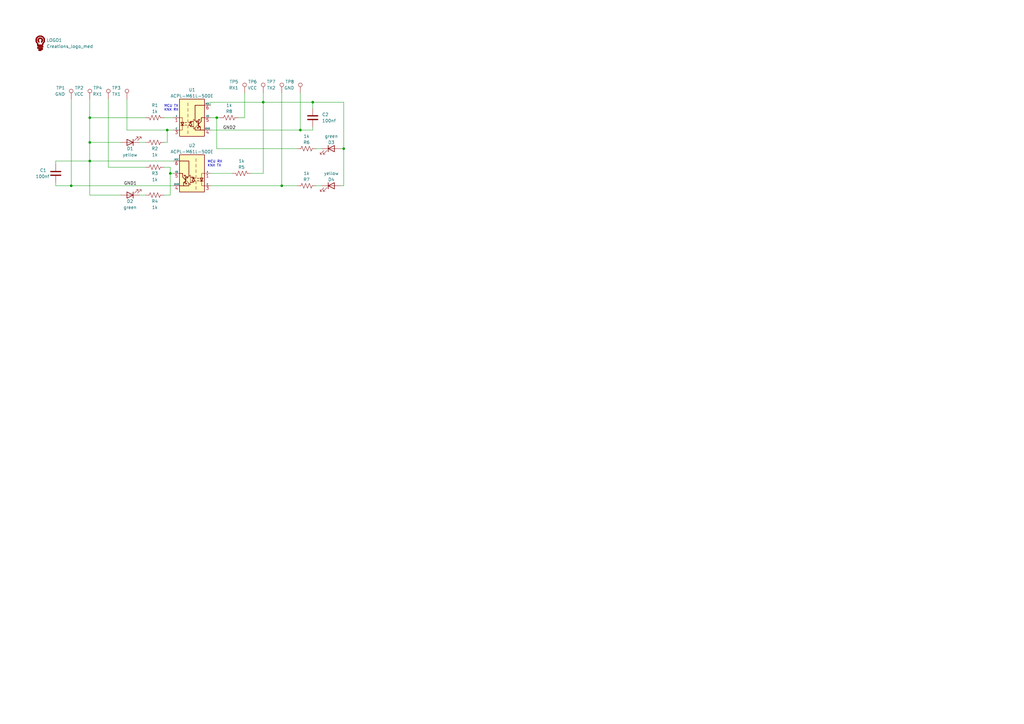
<source format=kicad_sch>
(kicad_sch (version 20230121) (generator eeschema)

  (uuid 22b553ec-39b6-4275-9347-df53a7c0db1d)

  (paper "A3")

  (lib_symbols
    (symbol "Connector:TestPoint" (pin_numbers hide) (pin_names (offset 0.762) hide) (in_bom yes) (on_board yes)
      (property "Reference" "TP" (at 0 6.858 0)
        (effects (font (size 1.27 1.27)))
      )
      (property "Value" "TestPoint" (at 0 5.08 0)
        (effects (font (size 1.27 1.27)))
      )
      (property "Footprint" "" (at 5.08 0 0)
        (effects (font (size 1.27 1.27)) hide)
      )
      (property "Datasheet" "~" (at 5.08 0 0)
        (effects (font (size 1.27 1.27)) hide)
      )
      (property "ki_keywords" "test point tp" (at 0 0 0)
        (effects (font (size 1.27 1.27)) hide)
      )
      (property "ki_description" "test point" (at 0 0 0)
        (effects (font (size 1.27 1.27)) hide)
      )
      (property "ki_fp_filters" "Pin* Test*" (at 0 0 0)
        (effects (font (size 1.27 1.27)) hide)
      )
      (symbol "TestPoint_0_1"
        (circle (center 0 3.302) (radius 0.762)
          (stroke (width 0) (type default))
          (fill (type none))
        )
      )
      (symbol "TestPoint_1_1"
        (pin passive line (at 0 0 90) (length 2.54)
          (name "1" (effects (font (size 1.27 1.27))))
          (number "1" (effects (font (size 1.27 1.27))))
        )
      )
    )
    (symbol "Device:C" (pin_numbers hide) (pin_names (offset 0.254)) (in_bom yes) (on_board yes)
      (property "Reference" "C" (at 0.635 2.54 0)
        (effects (font (size 1.27 1.27)) (justify left))
      )
      (property "Value" "C" (at 0.635 -2.54 0)
        (effects (font (size 1.27 1.27)) (justify left))
      )
      (property "Footprint" "" (at 0.9652 -3.81 0)
        (effects (font (size 1.27 1.27)) hide)
      )
      (property "Datasheet" "~" (at 0 0 0)
        (effects (font (size 1.27 1.27)) hide)
      )
      (property "ki_keywords" "cap capacitor" (at 0 0 0)
        (effects (font (size 1.27 1.27)) hide)
      )
      (property "ki_description" "Unpolarized capacitor" (at 0 0 0)
        (effects (font (size 1.27 1.27)) hide)
      )
      (property "ki_fp_filters" "C_*" (at 0 0 0)
        (effects (font (size 1.27 1.27)) hide)
      )
      (symbol "C_0_1"
        (polyline
          (pts
            (xy -2.032 -0.762)
            (xy 2.032 -0.762)
          )
          (stroke (width 0.508) (type default))
          (fill (type none))
        )
        (polyline
          (pts
            (xy -2.032 0.762)
            (xy 2.032 0.762)
          )
          (stroke (width 0.508) (type default))
          (fill (type none))
        )
      )
      (symbol "C_1_1"
        (pin passive line (at 0 3.81 270) (length 2.794)
          (name "~" (effects (font (size 1.27 1.27))))
          (number "1" (effects (font (size 1.27 1.27))))
        )
        (pin passive line (at 0 -3.81 90) (length 2.794)
          (name "~" (effects (font (size 1.27 1.27))))
          (number "2" (effects (font (size 1.27 1.27))))
        )
      )
    )
    (symbol "Device:LED" (pin_numbers hide) (pin_names (offset 1.016) hide) (in_bom yes) (on_board yes)
      (property "Reference" "D" (at 0 2.54 0)
        (effects (font (size 1.27 1.27)))
      )
      (property "Value" "LED" (at 0 -2.54 0)
        (effects (font (size 1.27 1.27)))
      )
      (property "Footprint" "" (at 0 0 0)
        (effects (font (size 1.27 1.27)) hide)
      )
      (property "Datasheet" "~" (at 0 0 0)
        (effects (font (size 1.27 1.27)) hide)
      )
      (property "ki_keywords" "LED diode" (at 0 0 0)
        (effects (font (size 1.27 1.27)) hide)
      )
      (property "ki_description" "Light emitting diode" (at 0 0 0)
        (effects (font (size 1.27 1.27)) hide)
      )
      (property "ki_fp_filters" "LED* LED_SMD:* LED_THT:*" (at 0 0 0)
        (effects (font (size 1.27 1.27)) hide)
      )
      (symbol "LED_0_1"
        (polyline
          (pts
            (xy -1.27 -1.27)
            (xy -1.27 1.27)
          )
          (stroke (width 0.254) (type default))
          (fill (type none))
        )
        (polyline
          (pts
            (xy -1.27 0)
            (xy 1.27 0)
          )
          (stroke (width 0) (type default))
          (fill (type none))
        )
        (polyline
          (pts
            (xy 1.27 -1.27)
            (xy 1.27 1.27)
            (xy -1.27 0)
            (xy 1.27 -1.27)
          )
          (stroke (width 0.254) (type default))
          (fill (type none))
        )
        (polyline
          (pts
            (xy -3.048 -0.762)
            (xy -4.572 -2.286)
            (xy -3.81 -2.286)
            (xy -4.572 -2.286)
            (xy -4.572 -1.524)
          )
          (stroke (width 0) (type default))
          (fill (type none))
        )
        (polyline
          (pts
            (xy -1.778 -0.762)
            (xy -3.302 -2.286)
            (xy -2.54 -2.286)
            (xy -3.302 -2.286)
            (xy -3.302 -1.524)
          )
          (stroke (width 0) (type default))
          (fill (type none))
        )
      )
      (symbol "LED_1_1"
        (pin passive line (at -3.81 0 0) (length 2.54)
          (name "K" (effects (font (size 1.27 1.27))))
          (number "1" (effects (font (size 1.27 1.27))))
        )
        (pin passive line (at 3.81 0 180) (length 2.54)
          (name "A" (effects (font (size 1.27 1.27))))
          (number "2" (effects (font (size 1.27 1.27))))
        )
      )
    )
    (symbol "Device:R_US" (pin_numbers hide) (pin_names (offset 0)) (in_bom yes) (on_board yes)
      (property "Reference" "R" (at 2.54 0 90)
        (effects (font (size 1.27 1.27)))
      )
      (property "Value" "R_US" (at -2.54 0 90)
        (effects (font (size 1.27 1.27)))
      )
      (property "Footprint" "" (at 1.016 -0.254 90)
        (effects (font (size 1.27 1.27)) hide)
      )
      (property "Datasheet" "~" (at 0 0 0)
        (effects (font (size 1.27 1.27)) hide)
      )
      (property "ki_keywords" "R res resistor" (at 0 0 0)
        (effects (font (size 1.27 1.27)) hide)
      )
      (property "ki_description" "Resistor, US symbol" (at 0 0 0)
        (effects (font (size 1.27 1.27)) hide)
      )
      (property "ki_fp_filters" "R_*" (at 0 0 0)
        (effects (font (size 1.27 1.27)) hide)
      )
      (symbol "R_US_0_1"
        (polyline
          (pts
            (xy 0 -2.286)
            (xy 0 -2.54)
          )
          (stroke (width 0) (type default))
          (fill (type none))
        )
        (polyline
          (pts
            (xy 0 2.286)
            (xy 0 2.54)
          )
          (stroke (width 0) (type default))
          (fill (type none))
        )
        (polyline
          (pts
            (xy 0 -0.762)
            (xy 1.016 -1.143)
            (xy 0 -1.524)
            (xy -1.016 -1.905)
            (xy 0 -2.286)
          )
          (stroke (width 0) (type default))
          (fill (type none))
        )
        (polyline
          (pts
            (xy 0 0.762)
            (xy 1.016 0.381)
            (xy 0 0)
            (xy -1.016 -0.381)
            (xy 0 -0.762)
          )
          (stroke (width 0) (type default))
          (fill (type none))
        )
        (polyline
          (pts
            (xy 0 2.286)
            (xy 1.016 1.905)
            (xy 0 1.524)
            (xy -1.016 1.143)
            (xy 0 0.762)
          )
          (stroke (width 0) (type default))
          (fill (type none))
        )
      )
      (symbol "R_US_1_1"
        (pin passive line (at 0 3.81 270) (length 1.27)
          (name "~" (effects (font (size 1.27 1.27))))
          (number "1" (effects (font (size 1.27 1.27))))
        )
        (pin passive line (at 0 -3.81 90) (length 1.27)
          (name "~" (effects (font (size 1.27 1.27))))
          (number "2" (effects (font (size 1.27 1.27))))
        )
      )
    )
    (symbol "HCPL-061A_3" (pin_names (offset 0)) (in_bom yes) (on_board yes)
      (property "Reference" "U5" (at 0 11.43 0)
        (effects (font (size 1.27 1.27)))
      )
      (property "Value" "ACPL-M61L-500E" (at 0 8.89 0)
        (effects (font (size 1.27 1.27)))
      )
      (property "Footprint" "Package_SO:SO-5_4.4x3.6mm_P1.27mm" (at 0 -12.7 0)
        (effects (font (size 1.27 1.27)) hide)
      )
      (property "Datasheet" "http://docs.avagotech.com/docs/AV02-0391EN" (at -21.59 15.24 0)
        (effects (font (size 1.27 1.27)) hide)
      )
      (property "LCSC" "C44908" (at 0 0 0)
        (effects (font (size 1.27 1.27)) hide)
      )
      (property "ki_keywords" "High speed optically coupled gates enable" (at 0 0 0)
        (effects (font (size 1.27 1.27)) hide)
      )
      (property "ki_description" "Single High Speed HCMOS/LSTTL/TTL Compatible Optocoupler with enable, dV/dt 1000/us, VCM 50, -0.5V to 7V VCC, SOIC-8" (at 0 0 0)
        (effects (font (size 1.27 1.27)) hide)
      )
      (property "ki_fp_filters" "SOIC*3.9x4.9mm?P1.27mm*" (at 0 0 0)
        (effects (font (size 1.27 1.27)) hide)
      )
      (symbol "HCPL-061A_3_0_1"
        (polyline
          (pts
            (xy 2.667 -3.556)
            (xy 2.667 -1.651)
          )
          (stroke (width 0.254) (type default))
          (fill (type none))
        )
        (polyline
          (pts
            (xy 2.667 -2.159)
            (xy 2.667 -2.921)
          )
          (stroke (width 0.254) (type default))
          (fill (type none))
        )
        (polyline
          (pts
            (xy 3.429 -3.937)
            (xy 3.429 -5.08)
          )
          (stroke (width 0.254) (type default))
          (fill (type none))
        )
        (polyline
          (pts
            (xy -0.635 -3.302)
            (xy -0.635 -3.683)
            (xy 0.635 -3.683)
          )
          (stroke (width 0.254) (type default))
          (fill (type none))
        )
        (polyline
          (pts
            (xy -0.635 -1.905)
            (xy -0.635 -1.524)
            (xy 0.508 -1.524)
          )
          (stroke (width 0.254) (type default))
          (fill (type none))
        )
        (polyline
          (pts
            (xy 1.27 -4.064)
            (xy 1.27 -5.08)
            (xy 5.08 -5.08)
          )
          (stroke (width 0.254) (type default))
          (fill (type none))
        )
        (polyline
          (pts
            (xy 1.27 -1.27)
            (xy 1.27 5.08)
            (xy 5.08 5.08)
          )
          (stroke (width 0.254) (type default))
          (fill (type none))
        )
        (polyline
          (pts
            (xy -5.08 -5.08)
            (xy -3.937 -5.08)
            (xy -3.937 0)
            (xy -5.08 0)
          )
          (stroke (width 0) (type default))
          (fill (type none))
        )
        (polyline
          (pts
            (xy 2.667 -3.302)
            (xy 2.667 -4.318)
            (xy 2.159 -4.318)
            (xy 2.159 -3.937)
          )
          (stroke (width 0.254) (type default))
          (fill (type none))
        )
        (polyline
          (pts
            (xy 2.667 -2.667)
            (xy 0.635 -4.699)
            (xy 0.635 -0.635)
            (xy 2.667 -2.667)
          )
          (stroke (width 0) (type default))
          (fill (type none))
        )
        (polyline
          (pts
            (xy 2.667 -1.778)
            (xy 2.667 -0.762)
            (xy 3.175 -0.762)
            (xy 3.175 -1.143)
          )
          (stroke (width 0.254) (type default))
          (fill (type none))
        )
        (polyline
          (pts
            (xy 2.794 -2.54)
            (xy 3.81 -1.524)
            (xy 3.81 0)
            (xy 5.08 0)
          )
          (stroke (width 0.254) (type default))
          (fill (type none))
        )
        (polyline
          (pts
            (xy 2.667 -3.175)
            (xy 3.429 -3.937)
            (xy 3.302 -3.556)
            (xy 3.048 -3.81)
            (xy 3.429 -3.937)
          )
          (stroke (width 0.254) (type default))
          (fill (type none))
        )
        (circle (center 2.032 -1.524) (radius 0.254)
          (stroke (width 0.254) (type default))
          (fill (type none))
        )
      )
      (symbol "HCPL-061A_3_1_1"
        (rectangle (start -5.08 7.62) (end 5.08 -7.62)
          (stroke (width 0.254) (type default))
          (fill (type background))
        )
        (polyline
          (pts
            (xy -4.572 -3.175)
            (xy -3.302 -3.175)
          )
          (stroke (width 0.254) (type default))
          (fill (type none))
        )
        (polyline
          (pts
            (xy -1.651 -5.334)
            (xy -1.651 -6.604)
          )
          (stroke (width 0) (type default))
          (fill (type none))
        )
        (polyline
          (pts
            (xy -1.651 -3.048)
            (xy -1.651 -4.318)
          )
          (stroke (width 0) (type default))
          (fill (type none))
        )
        (polyline
          (pts
            (xy -1.651 -0.762)
            (xy -1.651 -2.032)
          )
          (stroke (width 0) (type default))
          (fill (type none))
        )
        (polyline
          (pts
            (xy -1.651 1.524)
            (xy -1.651 0.254)
          )
          (stroke (width 0) (type default))
          (fill (type none))
        )
        (polyline
          (pts
            (xy -1.651 3.81)
            (xy -1.651 2.54)
          )
          (stroke (width 0) (type default))
          (fill (type none))
        )
        (polyline
          (pts
            (xy -1.651 6.096)
            (xy -1.651 4.826)
          )
          (stroke (width 0) (type default))
          (fill (type none))
        )
        (polyline
          (pts
            (xy -1.27 -1.905)
            (xy 0 -1.905)
          )
          (stroke (width 0.254) (type default))
          (fill (type none))
        )
        (polyline
          (pts
            (xy -3.937 -3.175)
            (xy -4.572 -1.905)
            (xy -3.302 -1.905)
            (xy -3.937 -3.175)
          )
          (stroke (width 0.254) (type default))
          (fill (type none))
        )
        (polyline
          (pts
            (xy -0.635 -1.905)
            (xy -1.27 -3.175)
            (xy 0 -3.175)
            (xy -0.635 -1.905)
          )
          (stroke (width 0.254) (type default))
          (fill (type none))
        )
        (polyline
          (pts
            (xy -2.921 -3.048)
            (xy -2.159 -3.048)
            (xy -2.54 -3.175)
            (xy -2.54 -2.921)
            (xy -2.159 -3.048)
          )
          (stroke (width 0.127) (type default))
          (fill (type none))
        )
        (polyline
          (pts
            (xy -2.921 -2.032)
            (xy -2.159 -2.032)
            (xy -2.54 -2.159)
            (xy -2.54 -1.905)
            (xy -2.159 -2.032)
          )
          (stroke (width 0.127) (type default))
          (fill (type none))
        )
        (pin passive line (at -7.62 0 0) (length 2.54)
          (name "A" (effects (font (size 0.635 0.635))))
          (number "1" (effects (font (size 1.27 1.27))))
        )
        (pin passive line (at -7.62 -5.08 0) (length 2.54)
          (name "C" (effects (font (size 0.635 0.635))))
          (number "3" (effects (font (size 1.27 1.27))))
        )
        (pin power_in line (at 7.62 -5.08 180) (length 2.54)
          (name "GND" (effects (font (size 0.635 0.635))))
          (number "4" (effects (font (size 1.27 1.27))))
        )
        (pin open_collector line (at 7.62 0 180) (length 2.54)
          (name "VO" (effects (font (size 0.635 0.635))))
          (number "5" (effects (font (size 1.27 1.27))))
        )
        (pin power_in line (at 7.62 5.08 180) (length 2.54)
          (name "VCC" (effects (font (size 0.635 0.635))))
          (number "6" (effects (font (size 1.27 1.27))))
        )
      )
    )
    (symbol "logos:Creations_logo_med" (in_bom yes) (on_board yes)
      (property "Reference" "LOGO" (at 0 6.35 0)
        (effects (font (size 1.27 1.27)))
      )
      (property "Value" "Creations_logo_med" (at 0 3.81 0)
        (effects (font (size 1.27 1.27)))
      )
      (property "Footprint" "logos:Creations logo med" (at 0 8.89 0)
        (effects (font (size 1.27 1.27)) hide)
      )
      (property "Datasheet" "" (at 0 10.16 0)
        (effects (font (size 1.27 1.27)) hide)
      )
      (symbol "Creations_logo_med_1_0"
        (rectangle (start -1.8415 -0.254) (end -1.5367 -0.2286)
          (stroke (width 0) (type default))
          (fill (type outline))
        )
        (rectangle (start -1.8415 -0.2286) (end -1.5367 -0.2032)
          (stroke (width 0) (type default))
          (fill (type outline))
        )
        (rectangle (start -1.8415 -0.2032) (end -1.5367 -0.1778)
          (stroke (width 0) (type default))
          (fill (type outline))
        )
        (rectangle (start -1.8415 -0.1778) (end -1.5367 -0.1524)
          (stroke (width 0) (type default))
          (fill (type outline))
        )
        (rectangle (start -1.8415 -0.1524) (end -1.5367 -0.127)
          (stroke (width 0) (type default))
          (fill (type outline))
        )
        (rectangle (start -1.8415 -0.127) (end -1.5367 -0.1016)
          (stroke (width 0) (type default))
          (fill (type outline))
        )
        (rectangle (start -1.8415 -0.1016) (end -1.5367 -0.0762)
          (stroke (width 0) (type default))
          (fill (type outline))
        )
        (rectangle (start -1.8415 -0.0762) (end -1.5367 -0.0508)
          (stroke (width 0) (type default))
          (fill (type outline))
        )
        (rectangle (start -1.8415 -0.0508) (end -1.5367 -0.0254)
          (stroke (width 0) (type default))
          (fill (type outline))
        )
        (rectangle (start -1.8415 -0.0254) (end -1.5367 0)
          (stroke (width 0) (type default))
          (fill (type outline))
        )
        (rectangle (start -1.8415 0) (end -1.5367 0.0254)
          (stroke (width 0) (type default))
          (fill (type outline))
        )
        (rectangle (start -1.8415 0.0254) (end -1.5367 0.0508)
          (stroke (width 0) (type default))
          (fill (type outline))
        )
        (rectangle (start -1.8415 0.0508) (end -1.5367 0.0762)
          (stroke (width 0) (type default))
          (fill (type outline))
        )
        (rectangle (start -1.8415 0.0762) (end -1.5367 0.1016)
          (stroke (width 0) (type default))
          (fill (type outline))
        )
        (rectangle (start -1.8415 0.1016) (end -1.5367 0.127)
          (stroke (width 0) (type default))
          (fill (type outline))
        )
        (rectangle (start -1.8415 0.127) (end -1.5367 0.1524)
          (stroke (width 0) (type default))
          (fill (type outline))
        )
        (rectangle (start -1.8415 0.1524) (end -1.5367 0.1778)
          (stroke (width 0) (type default))
          (fill (type outline))
        )
        (rectangle (start -1.8415 0.1778) (end -1.5367 0.2032)
          (stroke (width 0) (type default))
          (fill (type outline))
        )
        (rectangle (start -1.8415 0.2032) (end -1.5367 0.2286)
          (stroke (width 0) (type default))
          (fill (type outline))
        )
        (rectangle (start -1.8415 0.2286) (end -1.5367 0.254)
          (stroke (width 0) (type default))
          (fill (type outline))
        )
        (rectangle (start -1.8415 0.254) (end -1.5113 0.2794)
          (stroke (width 0) (type default))
          (fill (type outline))
        )
        (rectangle (start -1.8415 0.2794) (end -1.5113 0.3048)
          (stroke (width 0) (type default))
          (fill (type outline))
        )
        (rectangle (start -1.8161 -0.4064) (end -1.5113 -0.381)
          (stroke (width 0) (type default))
          (fill (type outline))
        )
        (rectangle (start -1.8161 -0.381) (end -1.5113 -0.3556)
          (stroke (width 0) (type default))
          (fill (type outline))
        )
        (rectangle (start -1.8161 -0.3556) (end -1.5113 -0.3302)
          (stroke (width 0) (type default))
          (fill (type outline))
        )
        (rectangle (start -1.8161 -0.3302) (end -1.5113 -0.3048)
          (stroke (width 0) (type default))
          (fill (type outline))
        )
        (rectangle (start -1.8161 -0.3048) (end -1.5367 -0.2794)
          (stroke (width 0) (type default))
          (fill (type outline))
        )
        (rectangle (start -1.8161 -0.2794) (end -1.5367 -0.254)
          (stroke (width 0) (type default))
          (fill (type outline))
        )
        (rectangle (start -1.8161 0.3048) (end -1.5113 0.3302)
          (stroke (width 0) (type default))
          (fill (type outline))
        )
        (rectangle (start -1.8161 0.3302) (end -1.5113 0.3556)
          (stroke (width 0) (type default))
          (fill (type outline))
        )
        (rectangle (start -1.8161 0.3556) (end -1.5113 0.381)
          (stroke (width 0) (type default))
          (fill (type outline))
        )
        (rectangle (start -1.8161 0.381) (end -1.4859 0.4064)
          (stroke (width 0) (type default))
          (fill (type outline))
        )
        (rectangle (start -1.8161 0.4064) (end -1.4859 0.4318)
          (stroke (width 0) (type default))
          (fill (type outline))
        )
        (rectangle (start -1.7907 -0.4826) (end -1.4859 -0.4572)
          (stroke (width 0) (type default))
          (fill (type outline))
        )
        (rectangle (start -1.7907 -0.4572) (end -1.4859 -0.4318)
          (stroke (width 0) (type default))
          (fill (type outline))
        )
        (rectangle (start -1.7907 -0.4318) (end -1.4859 -0.4064)
          (stroke (width 0) (type default))
          (fill (type outline))
        )
        (rectangle (start -1.7907 0.4318) (end -1.4859 0.4572)
          (stroke (width 0) (type default))
          (fill (type outline))
        )
        (rectangle (start -1.7907 0.4572) (end -1.4859 0.4826)
          (stroke (width 0) (type default))
          (fill (type outline))
        )
        (rectangle (start -1.7907 0.4826) (end -1.4605 0.508)
          (stroke (width 0) (type default))
          (fill (type outline))
        )
        (rectangle (start -1.7907 0.508) (end -1.4605 0.5334)
          (stroke (width 0) (type default))
          (fill (type outline))
        )
        (rectangle (start -1.7653 -0.5588) (end -1.4605 -0.5334)
          (stroke (width 0) (type default))
          (fill (type outline))
        )
        (rectangle (start -1.7653 -0.5334) (end -1.4605 -0.508)
          (stroke (width 0) (type default))
          (fill (type outline))
        )
        (rectangle (start -1.7653 -0.508) (end -1.4859 -0.4826)
          (stroke (width 0) (type default))
          (fill (type outline))
        )
        (rectangle (start -1.7653 0.5334) (end -1.4351 0.5588)
          (stroke (width 0) (type default))
          (fill (type outline))
        )
        (rectangle (start -1.7653 0.5588) (end -1.4351 0.5842)
          (stroke (width 0) (type default))
          (fill (type outline))
        )
        (rectangle (start -1.7653 0.5842) (end -1.4351 0.6096)
          (stroke (width 0) (type default))
          (fill (type outline))
        )
        (rectangle (start -1.7399 -0.635) (end -1.4351 -0.6096)
          (stroke (width 0) (type default))
          (fill (type outline))
        )
        (rectangle (start -1.7399 -0.6096) (end -1.4351 -0.5842)
          (stroke (width 0) (type default))
          (fill (type outline))
        )
        (rectangle (start -1.7399 -0.5842) (end -1.4351 -0.5588)
          (stroke (width 0) (type default))
          (fill (type outline))
        )
        (rectangle (start -1.7399 0.6096) (end -1.4097 0.635)
          (stroke (width 0) (type default))
          (fill (type outline))
        )
        (rectangle (start -1.7399 0.635) (end -1.4097 0.6604)
          (stroke (width 0) (type default))
          (fill (type outline))
        )
        (rectangle (start -1.7399 0.6604) (end -1.3843 0.6858)
          (stroke (width 0) (type default))
          (fill (type outline))
        )
        (rectangle (start -1.7145 -0.7112) (end -1.3843 -0.6858)
          (stroke (width 0) (type default))
          (fill (type outline))
        )
        (rectangle (start -1.7145 -0.6858) (end -1.4097 -0.6604)
          (stroke (width 0) (type default))
          (fill (type outline))
        )
        (rectangle (start -1.7145 -0.6604) (end -1.4097 -0.635)
          (stroke (width 0) (type default))
          (fill (type outline))
        )
        (rectangle (start -1.7145 0.6858) (end -1.3843 0.7112)
          (stroke (width 0) (type default))
          (fill (type outline))
        )
        (rectangle (start -1.7145 0.7112) (end -1.3589 0.7366)
          (stroke (width 0) (type default))
          (fill (type outline))
        )
        (rectangle (start -1.7145 0.7366) (end -1.3589 0.762)
          (stroke (width 0) (type default))
          (fill (type outline))
        )
        (rectangle (start -1.6891 -0.762) (end -1.3589 -0.7366)
          (stroke (width 0) (type default))
          (fill (type outline))
        )
        (rectangle (start -1.6891 -0.7366) (end -1.3843 -0.7112)
          (stroke (width 0) (type default))
          (fill (type outline))
        )
        (rectangle (start -1.6891 0.762) (end -1.3335 0.7874)
          (stroke (width 0) (type default))
          (fill (type outline))
        )
        (rectangle (start -1.6891 0.7874) (end -1.3335 0.8128)
          (stroke (width 0) (type default))
          (fill (type outline))
        )
        (rectangle (start -1.6637 -0.8128) (end -1.3335 -0.7874)
          (stroke (width 0) (type default))
          (fill (type outline))
        )
        (rectangle (start -1.6637 -0.7874) (end -1.3589 -0.762)
          (stroke (width 0) (type default))
          (fill (type outline))
        )
        (rectangle (start -1.6637 0.8128) (end -1.3081 0.8382)
          (stroke (width 0) (type default))
          (fill (type outline))
        )
        (rectangle (start -1.6637 0.8382) (end -1.2827 0.8636)
          (stroke (width 0) (type default))
          (fill (type outline))
        )
        (rectangle (start -1.6383 -0.8636) (end -1.3081 -0.8382)
          (stroke (width 0) (type default))
          (fill (type outline))
        )
        (rectangle (start -1.6383 -0.8382) (end -1.3335 -0.8128)
          (stroke (width 0) (type default))
          (fill (type outline))
        )
        (rectangle (start -1.6383 0.8636) (end -1.2827 0.889)
          (stroke (width 0) (type default))
          (fill (type outline))
        )
        (rectangle (start -1.6383 0.889) (end -1.2573 0.9144)
          (stroke (width 0) (type default))
          (fill (type outline))
        )
        (rectangle (start -1.6129 -0.9144) (end -1.2827 -0.889)
          (stroke (width 0) (type default))
          (fill (type outline))
        )
        (rectangle (start -1.6129 -0.889) (end -1.2827 -0.8636)
          (stroke (width 0) (type default))
          (fill (type outline))
        )
        (rectangle (start -1.6129 0.9144) (end -1.2319 0.9398)
          (stroke (width 0) (type default))
          (fill (type outline))
        )
        (rectangle (start -1.5875 -0.9398) (end -1.2573 -0.9144)
          (stroke (width 0) (type default))
          (fill (type outline))
        )
        (rectangle (start -1.5875 0.9398) (end -1.2319 0.9652)
          (stroke (width 0) (type default))
          (fill (type outline))
        )
        (rectangle (start -1.5875 0.9652) (end -1.1811 0.9906)
          (stroke (width 0) (type default))
          (fill (type outline))
        )
        (rectangle (start -1.5621 -0.9906) (end -1.2319 -0.9652)
          (stroke (width 0) (type default))
          (fill (type outline))
        )
        (rectangle (start -1.5621 -0.9652) (end -1.2319 -0.9398)
          (stroke (width 0) (type default))
          (fill (type outline))
        )
        (rectangle (start -1.5621 0.9906) (end -1.1811 1.016)
          (stroke (width 0) (type default))
          (fill (type outline))
        )
        (rectangle (start -1.5621 1.016) (end -1.1557 1.0414)
          (stroke (width 0) (type default))
          (fill (type outline))
        )
        (rectangle (start -1.5367 -1.016) (end -1.2065 -0.9906)
          (stroke (width 0) (type default))
          (fill (type outline))
        )
        (rectangle (start -1.5367 1.0414) (end -1.1303 1.0668)
          (stroke (width 0) (type default))
          (fill (type outline))
        )
        (rectangle (start -1.5113 -1.0668) (end -1.1557 -1.0414)
          (stroke (width 0) (type default))
          (fill (type outline))
        )
        (rectangle (start -1.5113 -1.0414) (end -1.1811 -1.016)
          (stroke (width 0) (type default))
          (fill (type outline))
        )
        (rectangle (start -1.5113 1.0668) (end -1.1049 1.0922)
          (stroke (width 0) (type default))
          (fill (type outline))
        )
        (rectangle (start -1.4859 -1.0922) (end -1.1303 -1.0668)
          (stroke (width 0) (type default))
          (fill (type outline))
        )
        (rectangle (start -1.4859 1.0922) (end -1.0795 1.1176)
          (stroke (width 0) (type default))
          (fill (type outline))
        )
        (rectangle (start -1.4859 1.1176) (end -1.0541 1.143)
          (stroke (width 0) (type default))
          (fill (type outline))
        )
        (rectangle (start -1.4605 -1.1176) (end -1.1049 -1.0922)
          (stroke (width 0) (type default))
          (fill (type outline))
        )
        (rectangle (start -1.4605 1.143) (end -1.0033 1.1684)
          (stroke (width 0) (type default))
          (fill (type outline))
        )
        (rectangle (start -1.4605 1.1684) (end -1.0033 1.1938)
          (stroke (width 0) (type default))
          (fill (type outline))
        )
        (rectangle (start -1.4351 -1.1684) (end -1.0541 -1.143)
          (stroke (width 0) (type default))
          (fill (type outline))
        )
        (rectangle (start -1.4351 -1.143) (end -1.0795 -1.1176)
          (stroke (width 0) (type default))
          (fill (type outline))
        )
        (rectangle (start -1.4097 -1.1938) (end -1.0287 -1.1684)
          (stroke (width 0) (type default))
          (fill (type outline))
        )
        (rectangle (start -1.4097 1.1938) (end -0.9779 1.2192)
          (stroke (width 0) (type default))
          (fill (type outline))
        )
        (rectangle (start -1.4097 1.2192) (end -0.9525 1.2446)
          (stroke (width 0) (type default))
          (fill (type outline))
        )
        (rectangle (start -1.3843 -1.2192) (end -1.0033 -1.1938)
          (stroke (width 0) (type default))
          (fill (type outline))
        )
        (rectangle (start -1.3843 1.2446) (end -0.9017 1.27)
          (stroke (width 0) (type default))
          (fill (type outline))
        )
        (rectangle (start -1.3589 -1.2446) (end -0.9779 -1.2192)
          (stroke (width 0) (type default))
          (fill (type outline))
        )
        (rectangle (start -1.3589 1.27) (end -0.8763 1.2954)
          (stroke (width 0) (type default))
          (fill (type outline))
        )
        (rectangle (start -1.3335 -1.27) (end -0.9525 -1.2446)
          (stroke (width 0) (type default))
          (fill (type outline))
        )
        (rectangle (start -1.3335 1.2954) (end -0.8509 1.3208)
          (stroke (width 0) (type default))
          (fill (type outline))
        )
        (rectangle (start -1.3081 -1.2954) (end -0.9271 -1.27)
          (stroke (width 0) (type default))
          (fill (type outline))
        )
        (rectangle (start -1.3081 1.3208) (end -0.7747 1.3462)
          (stroke (width 0) (type default))
          (fill (type outline))
        )
        (rectangle (start -1.2827 -1.3208) (end -0.9017 -1.2954)
          (stroke (width 0) (type default))
          (fill (type outline))
        )
        (rectangle (start -1.2827 1.3462) (end -0.7493 1.3716)
          (stroke (width 0) (type default))
          (fill (type outline))
        )
        (rectangle (start -1.2573 -1.3462) (end -0.9017 -1.3208)
          (stroke (width 0) (type default))
          (fill (type outline))
        )
        (rectangle (start -1.2573 1.3716) (end -0.7239 1.397)
          (stroke (width 0) (type default))
          (fill (type outline))
        )
        (rectangle (start -1.2319 -1.3716) (end -0.9017 -1.3462)
          (stroke (width 0) (type default))
          (fill (type outline))
        )
        (rectangle (start -1.2065 -1.397) (end -0.9017 -1.3716)
          (stroke (width 0) (type default))
          (fill (type outline))
        )
        (rectangle (start -1.2065 1.397) (end -0.6731 1.4224)
          (stroke (width 0) (type default))
          (fill (type outline))
        )
        (rectangle (start -1.1811 -1.4224) (end -0.9017 -1.397)
          (stroke (width 0) (type default))
          (fill (type outline))
        )
        (rectangle (start -1.1811 1.4224) (end -0.5969 1.4478)
          (stroke (width 0) (type default))
          (fill (type outline))
        )
        (rectangle (start -1.1557 -1.4478) (end -0.9017 -1.4224)
          (stroke (width 0) (type default))
          (fill (type outline))
        )
        (rectangle (start -1.1557 1.4478) (end -0.5461 1.4732)
          (stroke (width 0) (type default))
          (fill (type outline))
        )
        (rectangle (start -1.1303 -3.2004) (end -0.8509 -3.175)
          (stroke (width 0) (type default))
          (fill (type outline))
        )
        (rectangle (start -1.1303 -3.175) (end -0.8763 -3.1496)
          (stroke (width 0) (type default))
          (fill (type outline))
        )
        (rectangle (start -1.1303 -3.1496) (end -0.9017 -3.1242)
          (stroke (width 0) (type default))
          (fill (type outline))
        )
        (rectangle (start -1.1303 -3.1242) (end -0.9017 -3.0988)
          (stroke (width 0) (type default))
          (fill (type outline))
        )
        (rectangle (start -1.1303 -3.0988) (end -0.9017 -3.0734)
          (stroke (width 0) (type default))
          (fill (type outline))
        )
        (rectangle (start -1.1303 -3.0734) (end -0.9017 -3.048)
          (stroke (width 0) (type default))
          (fill (type outline))
        )
        (rectangle (start -1.1303 -3.048) (end -0.9017 -3.0226)
          (stroke (width 0) (type default))
          (fill (type outline))
        )
        (rectangle (start -1.1303 -3.0226) (end -0.8763 -2.9972)
          (stroke (width 0) (type default))
          (fill (type outline))
        )
        (rectangle (start -1.1303 -2.3368) (end 0.9525 -2.3114)
          (stroke (width 0) (type default))
          (fill (type outline))
        )
        (rectangle (start -1.1303 -2.3114) (end 0.9017 -2.286)
          (stroke (width 0) (type default))
          (fill (type outline))
        )
        (rectangle (start -1.1303 -2.286) (end -0.8255 -2.2606)
          (stroke (width 0) (type default))
          (fill (type outline))
        )
        (rectangle (start -1.1303 -2.2606) (end -0.8509 -2.2352)
          (stroke (width 0) (type default))
          (fill (type outline))
        )
        (rectangle (start -1.1303 -2.2352) (end -0.8763 -2.2098)
          (stroke (width 0) (type default))
          (fill (type outline))
        )
        (rectangle (start -1.1303 -2.2098) (end -0.9017 -2.1844)
          (stroke (width 0) (type default))
          (fill (type outline))
        )
        (rectangle (start -1.1303 -2.1844) (end -0.9017 -2.159)
          (stroke (width 0) (type default))
          (fill (type outline))
        )
        (rectangle (start -1.1303 -2.159) (end -0.9017 -2.1336)
          (stroke (width 0) (type default))
          (fill (type outline))
        )
        (rectangle (start -1.1303 -2.1336) (end -0.9017 -2.1082)
          (stroke (width 0) (type default))
          (fill (type outline))
        )
        (rectangle (start -1.1303 -2.1082) (end -0.9017 -2.0828)
          (stroke (width 0) (type default))
          (fill (type outline))
        )
        (rectangle (start -1.1303 -2.0828) (end -0.9017 -2.0574)
          (stroke (width 0) (type default))
          (fill (type outline))
        )
        (rectangle (start -1.1303 -2.0574) (end -0.9017 -2.032)
          (stroke (width 0) (type default))
          (fill (type outline))
        )
        (rectangle (start -1.1303 -2.032) (end -0.9017 -2.0066)
          (stroke (width 0) (type default))
          (fill (type outline))
        )
        (rectangle (start -1.1303 -2.0066) (end -0.9017 -1.9812)
          (stroke (width 0) (type default))
          (fill (type outline))
        )
        (rectangle (start -1.1303 -1.9812) (end -0.9017 -1.9558)
          (stroke (width 0) (type default))
          (fill (type outline))
        )
        (rectangle (start -1.1303 -1.9558) (end -0.9017 -1.9304)
          (stroke (width 0) (type default))
          (fill (type outline))
        )
        (rectangle (start -1.1303 -1.9304) (end -0.9017 -1.905)
          (stroke (width 0) (type default))
          (fill (type outline))
        )
        (rectangle (start -1.1303 -1.905) (end -0.9017 -1.8796)
          (stroke (width 0) (type default))
          (fill (type outline))
        )
        (rectangle (start -1.1303 -1.8796) (end -0.9017 -1.8542)
          (stroke (width 0) (type default))
          (fill (type outline))
        )
        (rectangle (start -1.1303 -1.8542) (end -0.9017 -1.8288)
          (stroke (width 0) (type default))
          (fill (type outline))
        )
        (rectangle (start -1.1303 -1.8288) (end -0.9017 -1.8034)
          (stroke (width 0) (type default))
          (fill (type outline))
        )
        (rectangle (start -1.1303 -1.8034) (end -0.9017 -1.778)
          (stroke (width 0) (type default))
          (fill (type outline))
        )
        (rectangle (start -1.1303 -1.778) (end -0.9017 -1.7526)
          (stroke (width 0) (type default))
          (fill (type outline))
        )
        (rectangle (start -1.1303 -1.7526) (end -0.9017 -1.7272)
          (stroke (width 0) (type default))
          (fill (type outline))
        )
        (rectangle (start -1.1303 -1.7272) (end -0.9017 -1.7018)
          (stroke (width 0) (type default))
          (fill (type outline))
        )
        (rectangle (start -1.1303 -1.7018) (end -0.9017 -1.6764)
          (stroke (width 0) (type default))
          (fill (type outline))
        )
        (rectangle (start -1.1303 -1.6764) (end -0.9017 -1.651)
          (stroke (width 0) (type default))
          (fill (type outline))
        )
        (rectangle (start -1.1303 -1.651) (end -0.9017 -1.6256)
          (stroke (width 0) (type default))
          (fill (type outline))
        )
        (rectangle (start -1.1303 -1.6256) (end -0.9017 -1.6002)
          (stroke (width 0) (type default))
          (fill (type outline))
        )
        (rectangle (start -1.1303 -1.6002) (end -0.9017 -1.5748)
          (stroke (width 0) (type default))
          (fill (type outline))
        )
        (rectangle (start -1.1303 -1.5748) (end -0.9017 -1.5494)
          (stroke (width 0) (type default))
          (fill (type outline))
        )
        (rectangle (start -1.1303 -1.5494) (end -0.9017 -1.524)
          (stroke (width 0) (type default))
          (fill (type outline))
        )
        (rectangle (start -1.1303 -1.524) (end -0.9017 -1.4986)
          (stroke (width 0) (type default))
          (fill (type outline))
        )
        (rectangle (start -1.1303 -1.4986) (end -0.9017 -1.4732)
          (stroke (width 0) (type default))
          (fill (type outline))
        )
        (rectangle (start -1.1303 -1.4732) (end -0.9017 -1.4478)
          (stroke (width 0) (type default))
          (fill (type outline))
        )
        (rectangle (start -1.1303 1.4732) (end -0.4699 1.4986)
          (stroke (width 0) (type default))
          (fill (type outline))
        )
        (rectangle (start -1.1049 -3.2766) (end 0.8763 -3.2512)
          (stroke (width 0) (type default))
          (fill (type outline))
        )
        (rectangle (start -1.1049 -3.2512) (end 0.8509 -3.2258)
          (stroke (width 0) (type default))
          (fill (type outline))
        )
        (rectangle (start -1.1049 -3.2258) (end 0.7493 -3.2004)
          (stroke (width 0) (type default))
          (fill (type outline))
        )
        (rectangle (start -1.1049 -2.9972) (end -0.8509 -2.9718)
          (stroke (width 0) (type default))
          (fill (type outline))
        )
        (rectangle (start -1.1049 -2.9718) (end 0.9525 -2.9464)
          (stroke (width 0) (type default))
          (fill (type outline))
        )
        (rectangle (start -1.1049 -2.9464) (end 1.0033 -2.921)
          (stroke (width 0) (type default))
          (fill (type outline))
        )
        (rectangle (start -1.1049 -2.3622) (end 1.0033 -2.3368)
          (stroke (width 0) (type default))
          (fill (type outline))
        )
        (rectangle (start -1.0795 -3.3274) (end 0.9525 -3.302)
          (stroke (width 0) (type default))
          (fill (type outline))
        )
        (rectangle (start -1.0795 -3.302) (end 0.9271 -3.2766)
          (stroke (width 0) (type default))
          (fill (type outline))
        )
        (rectangle (start -1.0795 -2.921) (end 1.0287 -2.8956)
          (stroke (width 0) (type default))
          (fill (type outline))
        )
        (rectangle (start -1.0795 -2.3876) (end 1.0287 -2.3622)
          (stroke (width 0) (type default))
          (fill (type outline))
        )
        (rectangle (start -1.0795 -0.127) (end -0.6223 -0.1016)
          (stroke (width 0) (type default))
          (fill (type outline))
        )
        (rectangle (start -1.0795 -0.1016) (end -0.6477 -0.0762)
          (stroke (width 0) (type default))
          (fill (type outline))
        )
        (rectangle (start -1.0795 -0.0762) (end -0.6477 -0.0508)
          (stroke (width 0) (type default))
          (fill (type outline))
        )
        (rectangle (start -1.0795 -0.0508) (end -0.6477 -0.0254)
          (stroke (width 0) (type default))
          (fill (type outline))
        )
        (rectangle (start -1.0795 -0.0254) (end -0.6477 0)
          (stroke (width 0) (type default))
          (fill (type outline))
        )
        (rectangle (start -1.0795 0) (end -0.6477 0.0254)
          (stroke (width 0) (type default))
          (fill (type outline))
        )
        (rectangle (start -1.0795 0.0254) (end -0.6477 0.0508)
          (stroke (width 0) (type default))
          (fill (type outline))
        )
        (rectangle (start -1.0795 0.0508) (end -0.6477 0.0762)
          (stroke (width 0) (type default))
          (fill (type outline))
        )
        (rectangle (start -1.0795 0.0762) (end -0.6477 0.1016)
          (stroke (width 0) (type default))
          (fill (type outline))
        )
        (rectangle (start -1.0795 0.1016) (end -0.6477 0.127)
          (stroke (width 0) (type default))
          (fill (type outline))
        )
        (rectangle (start -1.0795 1.4986) (end -0.3937 1.524)
          (stroke (width 0) (type default))
          (fill (type outline))
        )
        (rectangle (start -1.0541 -2.8956) (end 1.0541 -2.8702)
          (stroke (width 0) (type default))
          (fill (type outline))
        )
        (rectangle (start -1.0541 -2.413) (end 1.0541 -2.3876)
          (stroke (width 0) (type default))
          (fill (type outline))
        )
        (rectangle (start -1.0541 -0.1524) (end -0.6223 -0.127)
          (stroke (width 0) (type default))
          (fill (type outline))
        )
        (rectangle (start -1.0541 0.127) (end -0.6223 0.1524)
          (stroke (width 0) (type default))
          (fill (type outline))
        )
        (rectangle (start -1.0541 1.524) (end -0.2667 1.5494)
          (stroke (width 0) (type default))
          (fill (type outline))
        )
        (rectangle (start -1.0287 -3.3528) (end 0.9525 -3.3274)
          (stroke (width 0) (type default))
          (fill (type outline))
        )
        (rectangle (start -1.0287 -2.8702) (end 1.0795 -2.8448)
          (stroke (width 0) (type default))
          (fill (type outline))
        )
        (rectangle (start -1.0287 -2.8448) (end 1.1049 -2.8194)
          (stroke (width 0) (type default))
          (fill (type outline))
        )
        (rectangle (start -1.0287 -2.4384) (end 1.0795 -2.413)
          (stroke (width 0) (type default))
          (fill (type outline))
        )
        (rectangle (start -1.0287 1.5494) (end 1.0287 1.5748)
          (stroke (width 0) (type default))
          (fill (type outline))
        )
        (rectangle (start -1.0033 -3.3782) (end 0.9779 -3.3528)
          (stroke (width 0) (type default))
          (fill (type outline))
        )
        (rectangle (start -1.0033 -2.4638) (end 1.1049 -2.4384)
          (stroke (width 0) (type default))
          (fill (type outline))
        )
        (rectangle (start -1.0033 0.1524) (end -0.6223 0.1778)
          (stroke (width 0) (type default))
          (fill (type outline))
        )
        (rectangle (start -0.9779 -3.4036) (end 1.0033 -3.3782)
          (stroke (width 0) (type default))
          (fill (type outline))
        )
        (rectangle (start -0.9779 -2.8194) (end 1.1049 -2.794)
          (stroke (width 0) (type default))
          (fill (type outline))
        )
        (rectangle (start -0.9779 -2.4892) (end 1.1049 -2.4638)
          (stroke (width 0) (type default))
          (fill (type outline))
        )
        (rectangle (start -0.9779 -0.1778) (end -0.6223 -0.1524)
          (stroke (width 0) (type default))
          (fill (type outline))
        )
        (rectangle (start -0.9779 1.5748) (end 0.9779 1.6002)
          (stroke (width 0) (type default))
          (fill (type outline))
        )
        (rectangle (start -0.9525 -2.5146) (end 1.1303 -2.4892)
          (stroke (width 0) (type default))
          (fill (type outline))
        )
        (rectangle (start -0.9525 -0.5334) (end -0.4191 -0.508)
          (stroke (width 0) (type default))
          (fill (type outline))
        )
        (rectangle (start -0.9525 -0.508) (end -0.4191 -0.4826)
          (stroke (width 0) (type default))
          (fill (type outline))
        )
        (rectangle (start -0.9525 -0.4826) (end -0.4191 -0.4572)
          (stroke (width 0) (type default))
          (fill (type outline))
        )
        (rectangle (start -0.9525 0.1778) (end -0.6223 0.2032)
          (stroke (width 0) (type default))
          (fill (type outline))
        )
        (rectangle (start -0.9525 0.4826) (end -0.3937 0.508)
          (stroke (width 0) (type default))
          (fill (type outline))
        )
        (rectangle (start -0.9525 0.508) (end -0.3429 0.5334)
          (stroke (width 0) (type default))
          (fill (type outline))
        )
        (rectangle (start -0.9525 0.5334) (end -0.2921 0.5588)
          (stroke (width 0) (type default))
          (fill (type outline))
        )
        (rectangle (start -0.9525 0.5588) (end -0.2413 0.5842)
          (stroke (width 0) (type default))
          (fill (type outline))
        )
        (rectangle (start -0.9271 -3.429) (end 1.0033 -3.4036)
          (stroke (width 0) (type default))
          (fill (type outline))
        )
        (rectangle (start -0.9271 -2.794) (end 1.1303 -2.7686)
          (stroke (width 0) (type default))
          (fill (type outline))
        )
        (rectangle (start -0.9271 -0.5588) (end -0.4191 -0.5334)
          (stroke (width 0) (type default))
          (fill (type outline))
        )
        (rectangle (start -0.9271 -0.4572) (end -0.4191 -0.4318)
          (stroke (width 0) (type default))
          (fill (type outline))
        )
        (rectangle (start -0.9271 -0.2032) (end -0.5969 -0.1778)
          (stroke (width 0) (type default))
          (fill (type outline))
        )
        (rectangle (start -0.9271 0.4318) (end -0.4445 0.4572)
          (stroke (width 0) (type default))
          (fill (type outline))
        )
        (rectangle (start -0.9271 0.4572) (end -0.4191 0.4826)
          (stroke (width 0) (type default))
          (fill (type outline))
        )
        (rectangle (start -0.9271 1.6002) (end 0.9271 1.6256)
          (stroke (width 0) (type default))
          (fill (type outline))
        )
        (rectangle (start -0.9017 -0.6096) (end -0.4191 -0.5842)
          (stroke (width 0) (type default))
          (fill (type outline))
        )
        (rectangle (start -0.9017 -0.5842) (end -0.4191 -0.5588)
          (stroke (width 0) (type default))
          (fill (type outline))
        )
        (rectangle (start -0.9017 -0.4318) (end -0.4445 -0.4064)
          (stroke (width 0) (type default))
          (fill (type outline))
        )
        (rectangle (start -0.9017 -0.2286) (end -0.5969 -0.2032)
          (stroke (width 0) (type default))
          (fill (type outline))
        )
        (rectangle (start -0.9017 0.4064) (end -0.4699 0.4318)
          (stroke (width 0) (type default))
          (fill (type outline))
        )
        (rectangle (start -0.9017 0.5842) (end -0.1651 0.6096)
          (stroke (width 0) (type default))
          (fill (type outline))
        )
        (rectangle (start -0.9017 1.6256) (end 0.9017 1.651)
          (stroke (width 0) (type default))
          (fill (type outline))
        )
        (rectangle (start -0.8763 -0.635) (end -0.4191 -0.6096)
          (stroke (width 0) (type default))
          (fill (type outline))
        )
        (rectangle (start -0.8763 -0.4064) (end -0.4699 -0.381)
          (stroke (width 0) (type default))
          (fill (type outline))
        )
        (rectangle (start -0.8763 -0.381) (end -0.4953 -0.3556)
          (stroke (width 0) (type default))
          (fill (type outline))
        )
        (rectangle (start -0.8763 0.2032) (end -0.5969 0.2286)
          (stroke (width 0) (type default))
          (fill (type outline))
        )
        (rectangle (start -0.8763 0.3556) (end -0.5207 0.381)
          (stroke (width 0) (type default))
          (fill (type outline))
        )
        (rectangle (start -0.8763 0.381) (end -0.4953 0.4064)
          (stroke (width 0) (type default))
          (fill (type outline))
        )
        (rectangle (start -0.8763 0.6096) (end 0.8763 0.635)
          (stroke (width 0) (type default))
          (fill (type outline))
        )
        (rectangle (start -0.8509 -2.7686) (end 1.1303 -2.7432)
          (stroke (width 0) (type default))
          (fill (type outline))
        )
        (rectangle (start -0.8509 -0.6858) (end -0.4191 -0.6604)
          (stroke (width 0) (type default))
          (fill (type outline))
        )
        (rectangle (start -0.8509 -0.6604) (end -0.4191 -0.635)
          (stroke (width 0) (type default))
          (fill (type outline))
        )
        (rectangle (start -0.8509 -0.3556) (end -0.5207 -0.3302)
          (stroke (width 0) (type default))
          (fill (type outline))
        )
        (rectangle (start -0.8509 -0.3302) (end -0.5461 -0.3048)
          (stroke (width 0) (type default))
          (fill (type outline))
        )
        (rectangle (start -0.8509 -0.254) (end -0.5969 -0.2286)
          (stroke (width 0) (type default))
          (fill (type outline))
        )
        (rectangle (start -0.8509 0.3048) (end -0.5461 0.3302)
          (stroke (width 0) (type default))
          (fill (type outline))
        )
        (rectangle (start -0.8509 0.3302) (end -0.5461 0.3556)
          (stroke (width 0) (type default))
          (fill (type outline))
        )
        (rectangle (start -0.8509 0.635) (end 0.8509 0.6604)
          (stroke (width 0) (type default))
          (fill (type outline))
        )
        (rectangle (start -0.8509 1.651) (end 0.8509 1.6764)
          (stroke (width 0) (type default))
          (fill (type outline))
        )
        (rectangle (start -0.8255 -0.7112) (end -0.4191 -0.6858)
          (stroke (width 0) (type default))
          (fill (type outline))
        )
        (rectangle (start -0.8255 -0.3048) (end -0.5715 -0.2794)
          (stroke (width 0) (type default))
          (fill (type outline))
        )
        (rectangle (start -0.8255 -0.2794) (end -0.5715 -0.254)
          (stroke (width 0) (type default))
          (fill (type outline))
        )
        (rectangle (start -0.8255 0.2286) (end -0.5969 0.254)
          (stroke (width 0) (type default))
          (fill (type outline))
        )
        (rectangle (start -0.8255 0.254) (end -0.5969 0.2794)
          (stroke (width 0) (type default))
          (fill (type outline))
        )
        (rectangle (start -0.8255 0.2794) (end -0.5715 0.3048)
          (stroke (width 0) (type default))
          (fill (type outline))
        )
        (rectangle (start -0.8255 0.6604) (end 0.8255 0.6858)
          (stroke (width 0) (type default))
          (fill (type outline))
        )
        (rectangle (start -0.8001 0.6858) (end -0.6985 0.7112)
          (stroke (width 0) (type default))
          (fill (type outline))
        )
        (rectangle (start -0.7747 1.6764) (end 0.8001 1.7018)
          (stroke (width 0) (type default))
          (fill (type outline))
        )
        (rectangle (start -0.7239 1.7018) (end 0.7493 1.7272)
          (stroke (width 0) (type default))
          (fill (type outline))
        )
        (rectangle (start -0.6731 -4.1148) (end -0.3937 -4.0894)
          (stroke (width 0) (type default))
          (fill (type outline))
        )
        (rectangle (start -0.6731 -4.0894) (end -0.4191 -4.064)
          (stroke (width 0) (type default))
          (fill (type outline))
        )
        (rectangle (start -0.6731 -4.064) (end -0.4445 -4.0386)
          (stroke (width 0) (type default))
          (fill (type outline))
        )
        (rectangle (start -0.6731 -4.0386) (end -0.4445 -4.0132)
          (stroke (width 0) (type default))
          (fill (type outline))
        )
        (rectangle (start -0.6731 -4.0132) (end -0.4445 -3.9878)
          (stroke (width 0) (type default))
          (fill (type outline))
        )
        (rectangle (start -0.6731 -3.9878) (end -0.4445 -3.9624)
          (stroke (width 0) (type default))
          (fill (type outline))
        )
        (rectangle (start -0.6731 -3.9624) (end -0.4445 -3.937)
          (stroke (width 0) (type default))
          (fill (type outline))
        )
        (rectangle (start -0.6731 -3.937) (end -0.4191 -3.9116)
          (stroke (width 0) (type default))
          (fill (type outline))
        )
        (rectangle (start -0.6731 1.7272) (end 0.6731 1.7526)
          (stroke (width 0) (type default))
          (fill (type outline))
        )
        (rectangle (start -0.6477 -4.1656) (end 0.4191 -4.1402)
          (stroke (width 0) (type default))
          (fill (type outline))
        )
        (rectangle (start -0.6477 -4.1402) (end 0.4191 -4.1148)
          (stroke (width 0) (type default))
          (fill (type outline))
        )
        (rectangle (start -0.6477 -3.9116) (end -0.3937 -3.8862)
          (stroke (width 0) (type default))
          (fill (type outline))
        )
        (rectangle (start -0.6477 -3.8862) (end 0.8255 -3.8608)
          (stroke (width 0) (type default))
          (fill (type outline))
        )
        (rectangle (start -0.6477 -3.8608) (end 0.8763 -3.8354)
          (stroke (width 0) (type default))
          (fill (type outline))
        )
        (rectangle (start -0.6477 -2.0574) (end 0.9779 -2.032)
          (stroke (width 0) (type default))
          (fill (type outline))
        )
        (rectangle (start -0.6477 -2.032) (end 1.0033 -2.0066)
          (stroke (width 0) (type default))
          (fill (type outline))
        )
        (rectangle (start -0.6477 -2.0066) (end 1.0287 -1.9812)
          (stroke (width 0) (type default))
          (fill (type outline))
        )
        (rectangle (start -0.6477 -1.9812) (end 1.0541 -1.9558)
          (stroke (width 0) (type default))
          (fill (type outline))
        )
        (rectangle (start -0.6477 -1.9558) (end 1.0795 -1.9304)
          (stroke (width 0) (type default))
          (fill (type outline))
        )
        (rectangle (start -0.6477 -1.9304) (end 1.1049 -1.905)
          (stroke (width 0) (type default))
          (fill (type outline))
        )
        (rectangle (start -0.6477 -1.905) (end 1.1303 -1.8796)
          (stroke (width 0) (type default))
          (fill (type outline))
        )
        (rectangle (start -0.6477 -1.8796) (end 1.1557 -1.8542)
          (stroke (width 0) (type default))
          (fill (type outline))
        )
        (rectangle (start -0.6477 -1.8542) (end 1.1557 -1.8288)
          (stroke (width 0) (type default))
          (fill (type outline))
        )
        (rectangle (start -0.6223 -4.2164) (end 0.4191 -4.191)
          (stroke (width 0) (type default))
          (fill (type outline))
        )
        (rectangle (start -0.6223 -4.191) (end 0.4191 -4.1656)
          (stroke (width 0) (type default))
          (fill (type outline))
        )
        (rectangle (start -0.6223 -3.8354) (end 0.9017 -3.81)
          (stroke (width 0) (type default))
          (fill (type outline))
        )
        (rectangle (start -0.5969 -4.2418) (end 0.4191 -4.2164)
          (stroke (width 0) (type default))
          (fill (type outline))
        )
        (rectangle (start -0.5969 -3.81) (end 0.9525 -3.7846)
          (stroke (width 0) (type default))
          (fill (type outline))
        )
        (rectangle (start -0.5969 1.7526) (end 0.5969 1.778)
          (stroke (width 0) (type default))
          (fill (type outline))
        )
        (rectangle (start -0.5715 -4.2672) (end 0.4191 -4.2418)
          (stroke (width 0) (type default))
          (fill (type outline))
        )
        (rectangle (start -0.5715 -3.7846) (end 0.9525 -3.7592)
          (stroke (width 0) (type default))
          (fill (type outline))
        )
        (rectangle (start -0.5461 -4.2926) (end 0.4191 -4.2672)
          (stroke (width 0) (type default))
          (fill (type outline))
        )
        (rectangle (start -0.5461 -3.7592) (end 0.9779 -3.7338)
          (stroke (width 0) (type default))
          (fill (type outline))
        )
        (rectangle (start -0.5207 -4.318) (end 0.4191 -4.2926)
          (stroke (width 0) (type default))
          (fill (type outline))
        )
        (rectangle (start -0.5207 -3.7338) (end 1.0033 -3.7084)
          (stroke (width 0) (type default))
          (fill (type outline))
        )
        (rectangle (start -0.5207 1.778) (end 0.5207 1.8034)
          (stroke (width 0) (type default))
          (fill (type outline))
        )
        (rectangle (start -0.4953 -3.7084) (end 1.0033 -3.683)
          (stroke (width 0) (type default))
          (fill (type outline))
        )
        (rectangle (start -0.4953 -0.9398) (end -0.4191 -0.9144)
          (stroke (width 0) (type default))
          (fill (type outline))
        )
        (rectangle (start -0.4953 -0.9144) (end -0.4191 -0.889)
          (stroke (width 0) (type default))
          (fill (type outline))
        )
        (rectangle (start -0.4953 -0.889) (end -0.4191 -0.8636)
          (stroke (width 0) (type default))
          (fill (type outline))
        )
        (rectangle (start -0.4953 -0.8636) (end -0.4191 -0.8382)
          (stroke (width 0) (type default))
          (fill (type outline))
        )
        (rectangle (start -0.4953 -0.8382) (end -0.4191 -0.8128)
          (stroke (width 0) (type default))
          (fill (type outline))
        )
        (rectangle (start -0.4953 -0.8128) (end -0.4191 -0.7874)
          (stroke (width 0) (type default))
          (fill (type outline))
        )
        (rectangle (start -0.4953 -0.7874) (end -0.4191 -0.762)
          (stroke (width 0) (type default))
          (fill (type outline))
        )
        (rectangle (start -0.4953 -0.762) (end -0.4191 -0.7366)
          (stroke (width 0) (type default))
          (fill (type outline))
        )
        (rectangle (start -0.4953 -0.7366) (end -0.4191 -0.7112)
          (stroke (width 0) (type default))
          (fill (type outline))
        )
        (rectangle (start -0.4953 0.6858) (end 0.4953 0.7112)
          (stroke (width 0) (type default))
          (fill (type outline))
        )
        (rectangle (start -0.4953 0.7112) (end 0.4953 0.7366)
          (stroke (width 0) (type default))
          (fill (type outline))
        )
        (rectangle (start -0.4953 0.7366) (end 0.4953 0.762)
          (stroke (width 0) (type default))
          (fill (type outline))
        )
        (rectangle (start -0.4953 0.762) (end 0.4953 0.7874)
          (stroke (width 0) (type default))
          (fill (type outline))
        )
        (rectangle (start -0.4953 0.7874) (end 0.4953 0.8128)
          (stroke (width 0) (type default))
          (fill (type outline))
        )
        (rectangle (start -0.4953 0.8128) (end 0.4953 0.8382)
          (stroke (width 0) (type default))
          (fill (type outline))
        )
        (rectangle (start -0.4953 0.8382) (end -0.0127 0.8636)
          (stroke (width 0) (type default))
          (fill (type outline))
        )
        (rectangle (start -0.4953 0.8636) (end -0.0635 0.889)
          (stroke (width 0) (type default))
          (fill (type outline))
        )
        (rectangle (start -0.4953 0.889) (end -0.0889 0.9144)
          (stroke (width 0) (type default))
          (fill (type outline))
        )
        (rectangle (start -0.4953 0.9144) (end -0.1143 0.9398)
          (stroke (width 0) (type default))
          (fill (type outline))
        )
        (rectangle (start -0.4699 -4.3434) (end 0.4191 -4.318)
          (stroke (width 0) (type default))
          (fill (type outline))
        )
        (rectangle (start -0.4699 0.9398) (end -0.1143 0.9652)
          (stroke (width 0) (type default))
          (fill (type outline))
        )
        (rectangle (start -0.4445 -3.683) (end 1.0033 -3.6576)
          (stroke (width 0) (type default))
          (fill (type outline))
        )
        (rectangle (start -0.4191 0.9652) (end -0.1397 0.9906)
          (stroke (width 0) (type default))
          (fill (type outline))
        )
        (rectangle (start -0.4191 1.8034) (end 0.4191 1.8288)
          (stroke (width 0) (type default))
          (fill (type outline))
        )
        (rectangle (start -0.3429 0.9906) (end -0.1651 1.016)
          (stroke (width 0) (type default))
          (fill (type outline))
        )
        (rectangle (start -0.2921 1.8288) (end 0.2921 1.8542)
          (stroke (width 0) (type default))
          (fill (type outline))
        )
        (rectangle (start -0.2667 1.016) (end -0.1905 1.0414)
          (stroke (width 0) (type default))
          (fill (type outline))
        )
        (rectangle (start 0.0127 0.8382) (end 0.4953 0.8636)
          (stroke (width 0) (type default))
          (fill (type outline))
        )
        (rectangle (start 0.0635 0.8636) (end 0.4953 0.889)
          (stroke (width 0) (type default))
          (fill (type outline))
        )
        (rectangle (start 0.0889 0.889) (end 0.4953 0.9144)
          (stroke (width 0) (type default))
          (fill (type outline))
        )
        (rectangle (start 0.1143 0.9144) (end 0.4953 0.9398)
          (stroke (width 0) (type default))
          (fill (type outline))
        )
        (rectangle (start 0.1143 0.9398) (end 0.4699 0.9652)
          (stroke (width 0) (type default))
          (fill (type outline))
        )
        (rectangle (start 0.1397 0.9652) (end 0.4191 0.9906)
          (stroke (width 0) (type default))
          (fill (type outline))
        )
        (rectangle (start 0.1651 0.5842) (end 0.9271 0.6096)
          (stroke (width 0) (type default))
          (fill (type outline))
        )
        (rectangle (start 0.1651 0.9906) (end 0.3429 1.016)
          (stroke (width 0) (type default))
          (fill (type outline))
        )
        (rectangle (start 0.1905 1.016) (end 0.2667 1.0414)
          (stroke (width 0) (type default))
          (fill (type outline))
        )
        (rectangle (start 0.2413 0.5588) (end 0.9271 0.5842)
          (stroke (width 0) (type default))
          (fill (type outline))
        )
        (rectangle (start 0.2667 1.524) (end 1.0541 1.5494)
          (stroke (width 0) (type default))
          (fill (type outline))
        )
        (rectangle (start 0.2921 0.5334) (end 0.9525 0.5588)
          (stroke (width 0) (type default))
          (fill (type outline))
        )
        (rectangle (start 0.3429 0.508) (end 0.9525 0.5334)
          (stroke (width 0) (type default))
          (fill (type outline))
        )
        (rectangle (start 0.3937 0.4826) (end 0.9525 0.508)
          (stroke (width 0) (type default))
          (fill (type outline))
        )
        (rectangle (start 0.3937 1.4986) (end 1.0795 1.524)
          (stroke (width 0) (type default))
          (fill (type outline))
        )
        (rectangle (start 0.4191 -0.9398) (end 0.4953 -0.9144)
          (stroke (width 0) (type default))
          (fill (type outline))
        )
        (rectangle (start 0.4191 -0.9144) (end 0.4953 -0.889)
          (stroke (width 0) (type default))
          (fill (type outline))
        )
        (rectangle (start 0.4191 -0.889) (end 0.4953 -0.8636)
          (stroke (width 0) (type default))
          (fill (type outline))
        )
        (rectangle (start 0.4191 -0.8636) (end 0.4953 -0.8382)
          (stroke (width 0) (type default))
          (fill (type outline))
        )
        (rectangle (start 0.4191 -0.8382) (end 0.4953 -0.8128)
          (stroke (width 0) (type default))
          (fill (type outline))
        )
        (rectangle (start 0.4191 -0.8128) (end 0.4953 -0.7874)
          (stroke (width 0) (type default))
          (fill (type outline))
        )
        (rectangle (start 0.4191 -0.7874) (end 0.4953 -0.762)
          (stroke (width 0) (type default))
          (fill (type outline))
        )
        (rectangle (start 0.4191 -0.762) (end 0.4953 -0.7366)
          (stroke (width 0) (type default))
          (fill (type outline))
        )
        (rectangle (start 0.4191 -0.7366) (end 0.4953 -0.7112)
          (stroke (width 0) (type default))
          (fill (type outline))
        )
        (rectangle (start 0.4191 -0.7112) (end 0.8255 -0.6858)
          (stroke (width 0) (type default))
          (fill (type outline))
        )
        (rectangle (start 0.4191 -0.6858) (end 0.8509 -0.6604)
          (stroke (width 0) (type default))
          (fill (type outline))
        )
        (rectangle (start 0.4191 -0.6604) (end 0.8509 -0.635)
          (stroke (width 0) (type default))
          (fill (type outline))
        )
        (rectangle (start 0.4191 -0.635) (end 0.8763 -0.6096)
          (stroke (width 0) (type default))
          (fill (type outline))
        )
        (rectangle (start 0.4191 -0.6096) (end 0.9017 -0.5842)
          (stroke (width 0) (type default))
          (fill (type outline))
        )
        (rectangle (start 0.4191 -0.5842) (end 0.9017 -0.5588)
          (stroke (width 0) (type default))
          (fill (type outline))
        )
        (rectangle (start 0.4191 -0.5588) (end 0.9271 -0.5334)
          (stroke (width 0) (type default))
          (fill (type outline))
        )
        (rectangle (start 0.4191 -0.5334) (end 0.9525 -0.508)
          (stroke (width 0) (type default))
          (fill (type outline))
        )
        (rectangle (start 0.4191 -0.508) (end 0.9525 -0.4826)
          (stroke (width 0) (type default))
          (fill (type outline))
        )
        (rectangle (start 0.4191 -0.4826) (end 0.9525 -0.4572)
          (stroke (width 0) (type default))
          (fill (type outline))
        )
        (rectangle (start 0.4191 -0.4572) (end 0.9271 -0.4318)
          (stroke (width 0) (type default))
          (fill (type outline))
        )
        (rectangle (start 0.4191 0.4572) (end 0.9271 0.4826)
          (stroke (width 0) (type default))
          (fill (type outline))
        )
        (rectangle (start 0.4445 -0.4318) (end 0.9017 -0.4064)
          (stroke (width 0) (type default))
          (fill (type outline))
        )
        (rectangle (start 0.4445 0.4318) (end 0.9271 0.4572)
          (stroke (width 0) (type default))
          (fill (type outline))
        )
        (rectangle (start 0.4699 -0.4064) (end 0.8763 -0.381)
          (stroke (width 0) (type default))
          (fill (type outline))
        )
        (rectangle (start 0.4699 0.4064) (end 0.9017 0.4318)
          (stroke (width 0) (type default))
          (fill (type outline))
        )
        (rectangle (start 0.4699 1.4732) (end 1.1303 1.4986)
          (stroke (width 0) (type default))
          (fill (type outline))
        )
        (rectangle (start 0.4953 -0.381) (end 0.8763 -0.3556)
          (stroke (width 0) (type default))
          (fill (type outline))
        )
        (rectangle (start 0.4953 0.381) (end 0.8763 0.4064)
          (stroke (width 0) (type default))
          (fill (type outline))
        )
        (rectangle (start 0.5207 -0.3556) (end 0.8509 -0.3302)
          (stroke (width 0) (type default))
          (fill (type outline))
        )
        (rectangle (start 0.5207 0.3556) (end 0.8763 0.381)
          (stroke (width 0) (type default))
          (fill (type outline))
        )
        (rectangle (start 0.5461 -0.3302) (end 0.8255 -0.3048)
          (stroke (width 0) (type default))
          (fill (type outline))
        )
        (rectangle (start 0.5461 0.3048) (end 0.8509 0.3302)
          (stroke (width 0) (type default))
          (fill (type outline))
        )
        (rectangle (start 0.5461 0.3302) (end 0.8509 0.3556)
          (stroke (width 0) (type default))
          (fill (type outline))
        )
        (rectangle (start 0.5461 1.4478) (end 1.1557 1.4732)
          (stroke (width 0) (type default))
          (fill (type outline))
        )
        (rectangle (start 0.5715 -0.3048) (end 0.8255 -0.2794)
          (stroke (width 0) (type default))
          (fill (type outline))
        )
        (rectangle (start 0.5715 -0.2794) (end 0.8255 -0.254)
          (stroke (width 0) (type default))
          (fill (type outline))
        )
        (rectangle (start 0.5715 0.2794) (end 0.8255 0.3048)
          (stroke (width 0) (type default))
          (fill (type outline))
        )
        (rectangle (start 0.5969 -0.254) (end 0.8763 -0.2286)
          (stroke (width 0) (type default))
          (fill (type outline))
        )
        (rectangle (start 0.5969 -0.2286) (end 0.9017 -0.2032)
          (stroke (width 0) (type default))
          (fill (type outline))
        )
        (rectangle (start 0.5969 -0.2032) (end 0.9271 -0.1778)
          (stroke (width 0) (type default))
          (fill (type outline))
        )
        (rectangle (start 0.5969 0.2032) (end 0.8763 0.2286)
          (stroke (width 0) (type default))
          (fill (type outline))
        )
        (rectangle (start 0.5969 0.2286) (end 0.8255 0.254)
          (stroke (width 0) (type default))
          (fill (type outline))
        )
        (rectangle (start 0.5969 0.254) (end 0.8255 0.2794)
          (stroke (width 0) (type default))
          (fill (type outline))
        )
        (rectangle (start 0.6223 -0.1778) (end 0.9779 -0.1524)
          (stroke (width 0) (type default))
          (fill (type outline))
        )
        (rectangle (start 0.6223 -0.1524) (end 1.0541 -0.127)
          (stroke (width 0) (type default))
          (fill (type outline))
        )
        (rectangle (start 0.6223 -0.127) (end 1.0795 -0.1016)
          (stroke (width 0) (type default))
          (fill (type outline))
        )
        (rectangle (start 0.6223 0.127) (end 1.0541 0.1524)
          (stroke (width 0) (type default))
          (fill (type outline))
        )
        (rectangle (start 0.6223 0.1524) (end 1.0033 0.1778)
          (stroke (width 0) (type default))
          (fill (type outline))
        )
        (rectangle (start 0.6223 0.1778) (end 0.9779 0.2032)
          (stroke (width 0) (type default))
          (fill (type outline))
        )
        (rectangle (start 0.6223 1.4224) (end 1.1811 1.4478)
          (stroke (width 0) (type default))
          (fill (type outline))
        )
        (rectangle (start 0.6477 -0.1016) (end 1.0795 -0.0762)
          (stroke (width 0) (type default))
          (fill (type outline))
        )
        (rectangle (start 0.6477 -0.0762) (end 1.0795 -0.0508)
          (stroke (width 0) (type default))
          (fill (type outline))
        )
        (rectangle (start 0.6477 -0.0508) (end 1.0795 -0.0254)
          (stroke (width 0) (type default))
          (fill (type outline))
        )
        (rectangle (start 0.6477 -0.0254) (end 1.0795 0)
          (stroke (width 0) (type default))
          (fill (type outline))
        )
        (rectangle (start 0.6477 0) (end 1.0795 0.0254)
          (stroke (width 0) (type default))
          (fill (type outline))
        )
        (rectangle (start 0.6477 0.0254) (end 1.0795 0.0508)
          (stroke (width 0) (type default))
          (fill (type outline))
        )
        (rectangle (start 0.6477 0.0508) (end 1.0795 0.0762)
          (stroke (width 0) (type default))
          (fill (type outline))
        )
        (rectangle (start 0.6477 0.0762) (end 1.0795 0.1016)
          (stroke (width 0) (type default))
          (fill (type outline))
        )
        (rectangle (start 0.6477 0.1016) (end 1.0795 0.127)
          (stroke (width 0) (type default))
          (fill (type outline))
        )
        (rectangle (start 0.6731 1.397) (end 1.2319 1.4224)
          (stroke (width 0) (type default))
          (fill (type outline))
        )
        (rectangle (start 0.6985 0.6858) (end 0.8001 0.7112)
          (stroke (width 0) (type default))
          (fill (type outline))
        )
        (rectangle (start 0.7239 1.3716) (end 1.2573 1.397)
          (stroke (width 0) (type default))
          (fill (type outline))
        )
        (rectangle (start 0.7493 -3.6576) (end 1.0287 -3.6322)
          (stroke (width 0) (type default))
          (fill (type outline))
        )
        (rectangle (start 0.7493 -3.4544) (end 1.0287 -3.429)
          (stroke (width 0) (type default))
          (fill (type outline))
        )
        (rectangle (start 0.7747 -3.6322) (end 1.0287 -3.6068)
          (stroke (width 0) (type default))
          (fill (type outline))
        )
        (rectangle (start 0.7747 -3.4798) (end 1.0287 -3.4544)
          (stroke (width 0) (type default))
          (fill (type outline))
        )
        (rectangle (start 0.7747 1.3462) (end 1.2827 1.3716)
          (stroke (width 0) (type default))
          (fill (type outline))
        )
        (rectangle (start 0.8001 -3.6068) (end 1.0287 -3.5814)
          (stroke (width 0) (type default))
          (fill (type outline))
        )
        (rectangle (start 0.8001 -3.5814) (end 1.0287 -3.556)
          (stroke (width 0) (type default))
          (fill (type outline))
        )
        (rectangle (start 0.8001 -3.556) (end 1.0287 -3.5306)
          (stroke (width 0) (type default))
          (fill (type outline))
        )
        (rectangle (start 0.8001 -3.5306) (end 1.0287 -3.5052)
          (stroke (width 0) (type default))
          (fill (type outline))
        )
        (rectangle (start 0.8001 -3.5052) (end 1.0287 -3.4798)
          (stroke (width 0) (type default))
          (fill (type outline))
        )
        (rectangle (start 0.8001 1.3208) (end 1.3081 1.3462)
          (stroke (width 0) (type default))
          (fill (type outline))
        )
        (rectangle (start 0.8509 -1.8288) (end 1.1557 -1.8034)
          (stroke (width 0) (type default))
          (fill (type outline))
        )
        (rectangle (start 0.8509 1.2954) (end 1.3335 1.3208)
          (stroke (width 0) (type default))
          (fill (type outline))
        )
        (rectangle (start 0.8763 -2.7432) (end 1.1557 -2.7178)
          (stroke (width 0) (type default))
          (fill (type outline))
        )
        (rectangle (start 0.8763 -2.54) (end 1.1303 -2.5146)
          (stroke (width 0) (type default))
          (fill (type outline))
        )
        (rectangle (start 0.8763 -1.8034) (end 1.1557 -1.778)
          (stroke (width 0) (type default))
          (fill (type outline))
        )
        (rectangle (start 0.8763 1.27) (end 1.3589 1.2954)
          (stroke (width 0) (type default))
          (fill (type outline))
        )
        (rectangle (start 0.9017 -2.7178) (end 1.1557 -2.6924)
          (stroke (width 0) (type default))
          (fill (type outline))
        )
        (rectangle (start 0.9017 -2.5654) (end 1.1557 -2.54)
          (stroke (width 0) (type default))
          (fill (type outline))
        )
        (rectangle (start 0.9017 -1.778) (end 1.1557 -1.7526)
          (stroke (width 0) (type default))
          (fill (type outline))
        )
        (rectangle (start 0.9271 -2.6924) (end 1.1557 -2.667)
          (stroke (width 0) (type default))
          (fill (type outline))
        )
        (rectangle (start 0.9271 -2.667) (end 1.1557 -2.6416)
          (stroke (width 0) (type default))
          (fill (type outline))
        )
        (rectangle (start 0.9271 -2.6416) (end 1.1557 -2.6162)
          (stroke (width 0) (type default))
          (fill (type outline))
        )
        (rectangle (start 0.9271 -2.6162) (end 1.1557 -2.5908)
          (stroke (width 0) (type default))
          (fill (type outline))
        )
        (rectangle (start 0.9271 -2.5908) (end 1.1557 -2.5654)
          (stroke (width 0) (type default))
          (fill (type outline))
        )
        (rectangle (start 0.9271 -1.7526) (end 1.1557 -1.7272)
          (stroke (width 0) (type default))
          (fill (type outline))
        )
        (rectangle (start 0.9271 -1.7272) (end 1.1557 -1.7018)
          (stroke (width 0) (type default))
          (fill (type outline))
        )
        (rectangle (start 0.9271 -1.7018) (end 1.1557 -1.6764)
          (stroke (width 0) (type default))
          (fill (type outline))
        )
        (rectangle (start 0.9271 -1.6764) (end 1.1557 -1.651)
          (stroke (width 0) (type default))
          (fill (type outline))
        )
        (rectangle (start 0.9271 -1.651) (end 1.1557 -1.6256)
          (stroke (width 0) (type default))
          (fill (type outline))
        )
        (rectangle (start 0.9271 -1.6256) (end 1.1557 -1.6002)
          (stroke (width 0) (type default))
          (fill (type outline))
        )
        (rectangle (start 0.9271 -1.6002) (end 1.1557 -1.5748)
          (stroke (width 0) (type default))
          (fill (type outline))
        )
        (rectangle (start 0.9271 -1.5748) (end 1.1557 -1.5494)
          (stroke (width 0) (type default))
          (fill (type outline))
        )
        (rectangle (start 0.9271 -1.5494) (end 1.1557 -1.524)
          (stroke (width 0) (type default))
          (fill (type outline))
        )
        (rectangle (start 0.9271 -1.524) (end 1.1557 -1.4986)
          (stroke (width 0) (type default))
          (fill (type outline))
        )
        (rectangle (start 0.9271 -1.4986) (end 1.1557 -1.4732)
          (stroke (width 0) (type default))
          (fill (type outline))
        )
        (rectangle (start 0.9271 -1.4732) (end 1.1557 -1.4478)
          (stroke (width 0) (type default))
          (fill (type outline))
        )
        (rectangle (start 0.9271 -1.4478) (end 1.1811 -1.4224)
          (stroke (width 0) (type default))
          (fill (type outline))
        )
        (rectangle (start 0.9271 -1.4224) (end 1.2065 -1.397)
          (stroke (width 0) (type default))
          (fill (type outline))
        )
        (rectangle (start 0.9271 -1.397) (end 1.2319 -1.3716)
          (stroke (width 0) (type default))
          (fill (type outline))
        )
        (rectangle (start 0.9271 -1.3716) (end 1.2573 -1.3462)
          (stroke (width 0) (type default))
          (fill (type outline))
        )
        (rectangle (start 0.9271 -1.3462) (end 1.2827 -1.3208)
          (stroke (width 0) (type default))
          (fill (type outline))
        )
        (rectangle (start 0.9271 -1.3208) (end 1.2827 -1.2954)
          (stroke (width 0) (type default))
          (fill (type outline))
        )
        (rectangle (start 0.9271 -1.2954) (end 1.3335 -1.27)
          (stroke (width 0) (type default))
          (fill (type outline))
        )
        (rectangle (start 0.9271 1.2446) (end 1.3843 1.27)
          (stroke (width 0) (type default))
          (fill (type outline))
        )
        (rectangle (start 0.9525 -1.27) (end 1.3589 -1.2446)
          (stroke (width 0) (type default))
          (fill (type outline))
        )
        (rectangle (start 0.9525 1.2192) (end 1.4097 1.2446)
          (stroke (width 0) (type default))
          (fill (type outline))
        )
        (rectangle (start 0.9779 -1.2446) (end 1.3843 -1.2192)
          (stroke (width 0) (type default))
          (fill (type outline))
        )
        (rectangle (start 0.9779 1.1938) (end 1.4351 1.2192)
          (stroke (width 0) (type default))
          (fill (type outline))
        )
        (rectangle (start 1.0033 -1.2192) (end 1.4097 -1.1938)
          (stroke (width 0) (type default))
          (fill (type outline))
        )
        (rectangle (start 1.0033 1.1684) (end 1.4351 1.1938)
          (stroke (width 0) (type default))
          (fill (type outline))
        )
        (rectangle (start 1.0287 -1.1938) (end 1.4351 -1.1684)
          (stroke (width 0) (type default))
          (fill (type outline))
        )
        (rectangle (start 1.0287 1.143) (end 1.4859 1.1684)
          (stroke (width 0) (type default))
          (fill (type outline))
        )
        (rectangle (start 1.0541 1.1176) (end 1.4859 1.143)
          (stroke (width 0) (type default))
          (fill (type outline))
        )
        (rectangle (start 1.0795 -1.1684) (end 1.4351 -1.143)
          (stroke (width 0) (type default))
          (fill (type outline))
        )
        (rectangle (start 1.0795 1.0922) (end 1.5113 1.1176)
          (stroke (width 0) (type default))
          (fill (type outline))
        )
        (rectangle (start 1.1049 -1.143) (end 1.4605 -1.1176)
          (stroke (width 0) (type default))
          (fill (type outline))
        )
        (rectangle (start 1.1049 1.0668) (end 1.5113 1.0922)
          (stroke (width 0) (type default))
          (fill (type outline))
        )
        (rectangle (start 1.1303 -1.1176) (end 1.4605 -1.0922)
          (stroke (width 0) (type default))
          (fill (type outline))
        )
        (rectangle (start 1.1303 -1.0922) (end 1.4859 -1.0668)
          (stroke (width 0) (type default))
          (fill (type outline))
        )
        (rectangle (start 1.1303 1.0414) (end 1.5367 1.0668)
          (stroke (width 0) (type default))
          (fill (type outline))
        )
        (rectangle (start 1.1557 -1.0668) (end 1.5113 -1.0414)
          (stroke (width 0) (type default))
          (fill (type outline))
        )
        (rectangle (start 1.1557 1.016) (end 1.5621 1.0414)
          (stroke (width 0) (type default))
          (fill (type outline))
        )
        (rectangle (start 1.1811 -1.0414) (end 1.5367 -1.016)
          (stroke (width 0) (type default))
          (fill (type outline))
        )
        (rectangle (start 1.1811 0.9906) (end 1.5621 1.016)
          (stroke (width 0) (type default))
          (fill (type outline))
        )
        (rectangle (start 1.2065 -1.016) (end 1.5621 -0.9906)
          (stroke (width 0) (type default))
          (fill (type outline))
        )
        (rectangle (start 1.2065 0.9652) (end 1.5875 0.9906)
          (stroke (width 0) (type default))
          (fill (type outline))
        )
        (rectangle (start 1.2319 -0.9906) (end 1.5621 -0.9652)
          (stroke (width 0) (type default))
          (fill (type outline))
        )
        (rectangle (start 1.2319 -0.9652) (end 1.5875 -0.9398)
          (stroke (width 0) (type default))
          (fill (type outline))
        )
        (rectangle (start 1.2319 0.9144) (end 1.6129 0.9398)
          (stroke (width 0) (type default))
          (fill (type outline))
        )
        (rectangle (start 1.2319 0.9398) (end 1.6129 0.9652)
          (stroke (width 0) (type default))
          (fill (type outline))
        )
        (rectangle (start 1.2573 -0.9398) (end 1.6129 -0.9144)
          (stroke (width 0) (type default))
          (fill (type outline))
        )
        (rectangle (start 1.2573 0.889) (end 1.6383 0.9144)
          (stroke (width 0) (type default))
          (fill (type outline))
        )
        (rectangle (start 1.2827 -0.9144) (end 1.6383 -0.889)
          (stroke (width 0) (type default))
          (fill (type outline))
        )
        (rectangle (start 1.2827 0.8636) (end 1.6383 0.889)
          (stroke (width 0) (type default))
          (fill (type outline))
        )
        (rectangle (start 1.3081 -0.889) (end 1.6383 -0.8636)
          (stroke (width 0) (type default))
          (fill (type outline))
        )
        (rectangle (start 1.3081 -0.8636) (end 1.6383 -0.8382)
          (stroke (width 0) (type default))
          (fill (type outline))
        )
        (rectangle (start 1.3081 0.8128) (end 1.6637 0.8382)
          (stroke (width 0) (type default))
          (fill (type outline))
        )
        (rectangle (start 1.3081 0.8382) (end 1.6637 0.8636)
          (stroke (width 0) (type default))
          (fill (type outline))
        )
        (rectangle (start 1.3335 -0.8382) (end 1.6637 -0.8128)
          (stroke (width 0) (type default))
          (fill (type outline))
        )
        (rectangle (start 1.3335 -0.8128) (end 1.6637 -0.7874)
          (stroke (width 0) (type default))
          (fill (type outline))
        )
        (rectangle (start 1.3335 0.762) (end 1.6891 0.7874)
          (stroke (width 0) (type default))
          (fill (type outline))
        )
        (rectangle (start 1.3335 0.7874) (end 1.6891 0.8128)
          (stroke (width 0) (type default))
          (fill (type outline))
        )
        (rectangle (start 1.3589 -0.7874) (end 1.6891 -0.762)
          (stroke (width 0) (type default))
          (fill (type outline))
        )
        (rectangle (start 1.3589 -0.762) (end 1.6891 -0.7366)
          (stroke (width 0) (type default))
          (fill (type outline))
        )
        (rectangle (start 1.3589 0.7112) (end 1.7145 0.7366)
          (stroke (width 0) (type default))
          (fill (type outline))
        )
        (rectangle (start 1.3589 0.7366) (end 1.7145 0.762)
          (stroke (width 0) (type default))
          (fill (type outline))
        )
        (rectangle (start 1.3843 -0.7366) (end 1.6891 -0.7112)
          (stroke (width 0) (type default))
          (fill (type outline))
        )
        (rectangle (start 1.3843 -0.7112) (end 1.7145 -0.6858)
          (stroke (width 0) (type default))
          (fill (type outline))
        )
        (rectangle (start 1.3843 0.6604) (end 1.7399 0.6858)
          (stroke (width 0) (type default))
          (fill (type outline))
        )
        (rectangle (start 1.3843 0.6858) (end 1.7145 0.7112)
          (stroke (width 0) (type default))
          (fill (type outline))
        )
        (rectangle (start 1.4097 -0.6858) (end 1.7145 -0.6604)
          (stroke (width 0) (type default))
          (fill (type outline))
        )
        (rectangle (start 1.4097 -0.6604) (end 1.7145 -0.635)
          (stroke (width 0) (type default))
          (fill (type outline))
        )
        (rectangle (start 1.4097 0.6096) (end 1.7653 0.635)
          (stroke (width 0) (type default))
          (fill (type outline))
        )
        (rectangle (start 1.4097 0.635) (end 1.7399 0.6604)
          (stroke (width 0) (type default))
          (fill (type outline))
        )
        (rectangle (start 1.4351 -0.635) (end 1.7399 -0.6096)
          (stroke (width 0) (type default))
          (fill (type outline))
        )
        (rectangle (start 1.4351 -0.6096) (end 1.7399 -0.5842)
          (stroke (width 0) (type default))
          (fill (type outline))
        )
        (rectangle (start 1.4351 -0.5842) (end 1.7653 -0.5588)
          (stroke (width 0) (type default))
          (fill (type outline))
        )
        (rectangle (start 1.4351 0.5334) (end 1.7653 0.5588)
          (stroke (width 0) (type default))
          (fill (type outline))
        )
        (rectangle (start 1.4351 0.5588) (end 1.7653 0.5842)
          (stroke (width 0) (type default))
          (fill (type outline))
        )
        (rectangle (start 1.4351 0.5842) (end 1.7653 0.6096)
          (stroke (width 0) (type default))
          (fill (type outline))
        )
        (rectangle (start 1.4605 -0.5588) (end 1.7653 -0.5334)
          (stroke (width 0) (type default))
          (fill (type outline))
        )
        (rectangle (start 1.4605 -0.5334) (end 1.7653 -0.508)
          (stroke (width 0) (type default))
          (fill (type outline))
        )
        (rectangle (start 1.4605 0.4826) (end 1.7907 0.508)
          (stroke (width 0) (type default))
          (fill (type outline))
        )
        (rectangle (start 1.4605 0.508) (end 1.7907 0.5334)
          (stroke (width 0) (type default))
          (fill (type outline))
        )
        (rectangle (start 1.4859 -0.508) (end 1.7907 -0.4826)
          (stroke (width 0) (type default))
          (fill (type outline))
        )
        (rectangle (start 1.4859 -0.4826) (end 1.7907 -0.4572)
          (stroke (width 0) (type default))
          (fill (type outline))
        )
        (rectangle (start 1.4859 -0.4572) (end 1.7907 -0.4318)
          (stroke (width 0) (type default))
          (fill (type outline))
        )
        (rectangle (start 1.4859 -0.4318) (end 1.7907 -0.4064)
          (stroke (width 0) (type default))
          (fill (type outline))
        )
        (rectangle (start 1.4859 0.381) (end 1.8161 0.4064)
          (stroke (width 0) (type default))
          (fill (type outline))
        )
        (rectangle (start 1.4859 0.4064) (end 1.8161 0.4318)
          (stroke (width 0) (type default))
          (fill (type outline))
        )
        (rectangle (start 1.4859 0.4318) (end 1.8161 0.4572)
          (stroke (width 0) (type default))
          (fill (type outline))
        )
        (rectangle (start 1.4859 0.4572) (end 1.7907 0.4826)
          (stroke (width 0) (type default))
          (fill (type outline))
        )
        (rectangle (start 1.5113 -0.4064) (end 1.8161 -0.381)
          (stroke (width 0) (type default))
          (fill (type outline))
        )
        (rectangle (start 1.5113 -0.381) (end 1.8161 -0.3556)
          (stroke (width 0) (type default))
          (fill (type outline))
        )
        (rectangle (start 1.5113 -0.3556) (end 1.8161 -0.3302)
          (stroke (width 0) (type default))
          (fill (type outline))
        )
        (rectangle (start 1.5113 -0.3302) (end 1.8161 -0.3048)
          (stroke (width 0) (type default))
          (fill (type outline))
        )
        (rectangle (start 1.5113 0.2794) (end 1.8415 0.3048)
          (stroke (width 0) (type default))
          (fill (type outline))
        )
        (rectangle (start 1.5113 0.3048) (end 1.8415 0.3302)
          (stroke (width 0) (type default))
          (fill (type outline))
        )
        (rectangle (start 1.5113 0.3302) (end 1.8161 0.3556)
          (stroke (width 0) (type default))
          (fill (type outline))
        )
        (rectangle (start 1.5113 0.3556) (end 1.8161 0.381)
          (stroke (width 0) (type default))
          (fill (type outline))
        )
        (rectangle (start 1.5367 -0.3048) (end 1.8161 -0.2794)
          (stroke (width 0) (type default))
          (fill (type outline))
        )
        (rectangle (start 1.5367 -0.2794) (end 1.8415 -0.254)
          (stroke (width 0) (type default))
          (fill (type outline))
        )
        (rectangle (start 1.5367 -0.254) (end 1.8415 -0.2286)
          (stroke (width 0) (type default))
          (fill (type outline))
        )
        (rectangle (start 1.5367 -0.2286) (end 1.8415 -0.2032)
          (stroke (width 0) (type default))
          (fill (type outline))
        )
        (rectangle (start 1.5367 -0.2032) (end 1.8415 -0.1778)
          (stroke (width 0) (type default))
          (fill (type outline))
        )
        (rectangle (start 1.5367 -0.1778) (end 1.8415 -0.1524)
          (stroke (width 0) (type default))
          (fill (type outline))
        )
        (rectangle (start 1.5367 -0.1524) (end 1.8415 -0.127)
          (stroke (width 0) (type default))
          (fill (type outline))
        )
        (rectangle (start 1.5367 -0.127) (end 1.8415 -0.1016)
          (stroke (width 0) (type default))
          (fill (type outline))
        )
        (rectangle (start 1.5367 -0.1016) (end 1.8415 -0.0762)
          (stroke (width 0) (type default))
          (fill (type outline))
        )
        (rectangle (start 1.5367 -0.0762) (end 1.8415 -0.0508)
          (stroke (width 0) (type default))
          (fill (type outline))
        )
        (rectangle (start 1.5367 -0.0508) (end 1.8415 -0.0254)
          (stroke (width 0) (type default))
          (fill (type outline))
        )
        (rectangle (start 1.5367 -0.0254) (end 1.8415 0)
          (stroke (width 0) (type default))
          (fill (type outline))
        )
        (rectangle (start 1.5367 0) (end 1.8415 0.0254)
          (stroke (width 0) (type default))
          (fill (type outline))
        )
        (rectangle (start 1.5367 0.0254) (end 1.8415 0.0508)
          (stroke (width 0) (type default))
          (fill (type outline))
        )
        (rectangle (start 1.5367 0.0508) (end 1.8415 0.0762)
          (stroke (width 0) (type default))
          (fill (type outline))
        )
        (rectangle (start 1.5367 0.0762) (end 1.8415 0.1016)
          (stroke (width 0) (type default))
          (fill (type outline))
        )
        (rectangle (start 1.5367 0.1016) (end 1.8415 0.127)
          (stroke (width 0) (type default))
          (fill (type outline))
        )
        (rectangle (start 1.5367 0.127) (end 1.8415 0.1524)
          (stroke (width 0) (type default))
          (fill (type outline))
        )
        (rectangle (start 1.5367 0.1524) (end 1.8415 0.1778)
          (stroke (width 0) (type default))
          (fill (type outline))
        )
        (rectangle (start 1.5367 0.1778) (end 1.8415 0.2032)
          (stroke (width 0) (type default))
          (fill (type outline))
        )
        (rectangle (start 1.5367 0.2032) (end 1.8415 0.2286)
          (stroke (width 0) (type default))
          (fill (type outline))
        )
        (rectangle (start 1.5367 0.2286) (end 1.8415 0.254)
          (stroke (width 0) (type default))
          (fill (type outline))
        )
        (rectangle (start 1.5367 0.254) (end 1.8415 0.2794)
          (stroke (width 0) (type default))
          (fill (type outline))
        )
      )
    )
  )

  (junction (at 36.83 58.42) (diameter 0) (color 0 0 0 0)
    (uuid 0c68b38d-e618-4c3b-a255-60457c15cea1)
  )
  (junction (at 36.83 48.26) (diameter 0) (color 0 0 0 0)
    (uuid 1956446d-f69e-4a7f-8c60-e20d7fc82ebe)
  )
  (junction (at 29.21 76.2) (diameter 0) (color 0 0 0 0)
    (uuid 1be445c2-db5a-4c58-8af2-1d304ca29ec8)
  )
  (junction (at 140.97 60.96) (diameter 0) (color 0 0 0 0)
    (uuid 43328556-02ba-40e2-b382-e664c774c5ee)
  )
  (junction (at 36.83 66.04) (diameter 0) (color 0 0 0 0)
    (uuid 60173c9f-45f1-4843-8084-2da5701808e5)
  )
  (junction (at 68.58 53.34) (diameter 0) (color 0 0 0 0)
    (uuid 90998588-033a-4c86-9fe1-5fd5f24d7d08)
  )
  (junction (at 123.19 53.34) (diameter 0) (color 0 0 0 0)
    (uuid 935961a7-ebc2-468e-98e5-6d012d4c5ad1)
  )
  (junction (at 115.57 76.2) (diameter 0) (color 0 0 0 0)
    (uuid 989f17db-a26c-4026-8566-06261d30252f)
  )
  (junction (at 88.9 48.26) (diameter 0) (color 0 0 0 0)
    (uuid b2dd7f04-b9c4-4b53-859e-130b7993530e)
  )
  (junction (at 128.27 41.91) (diameter 0) (color 0 0 0 0)
    (uuid b7943e5d-ab4e-47c5-b2c6-e33ee6b2c7f2)
  )
  (junction (at 69.85 71.12) (diameter 0) (color 0 0 0 0)
    (uuid cace221a-1049-4e45-8b34-5fec2849b3ce)
  )
  (junction (at 107.95 41.91) (diameter 0) (color 0 0 0 0)
    (uuid f079d9ab-2262-4233-9156-7a32807c038a)
  )

  (wire (pts (xy 86.36 53.34) (xy 123.19 53.34))
    (stroke (width 0) (type default))
    (uuid 070a71b8-557c-443d-b6ed-0ff7fa872aa2)
  )
  (wire (pts (xy 52.07 53.34) (xy 68.58 53.34))
    (stroke (width 0) (type default))
    (uuid 0d7f3f25-328c-418d-8b6a-d2a26682c139)
  )
  (wire (pts (xy 67.31 48.26) (xy 71.12 48.26))
    (stroke (width 0) (type default))
    (uuid 1b36996e-c4ec-4987-9177-c1fd9fd90f5a)
  )
  (wire (pts (xy 115.57 76.2) (xy 86.36 76.2))
    (stroke (width 0) (type default))
    (uuid 1c801737-c74e-4f7e-8784-4af61f70d7fd)
  )
  (wire (pts (xy 36.83 58.42) (xy 49.53 58.42))
    (stroke (width 0) (type default))
    (uuid 1d0f9dbb-3200-4f09-bb51-dd6d1da4c8dc)
  )
  (wire (pts (xy 57.15 58.42) (xy 59.69 58.42))
    (stroke (width 0) (type default))
    (uuid 2255dcfc-c0ab-425d-adb3-c427e316f917)
  )
  (wire (pts (xy 132.08 60.96) (xy 129.54 60.96))
    (stroke (width 0) (type default))
    (uuid 2f108a3e-6526-4eaf-abc1-e1f7d37d0b19)
  )
  (wire (pts (xy 57.15 80.01) (xy 59.69 80.01))
    (stroke (width 0) (type default))
    (uuid 3566d308-ccd3-4f8f-8e22-2708c7dd7f8e)
  )
  (wire (pts (xy 140.97 76.2) (xy 140.97 60.96))
    (stroke (width 0) (type default))
    (uuid 3ecac152-bdc8-4dae-91af-d5604ca27dd1)
  )
  (wire (pts (xy 22.86 76.2) (xy 29.21 76.2))
    (stroke (width 0) (type default))
    (uuid 3f33828e-7c1f-4180-9bbb-adbd87ecc9e7)
  )
  (wire (pts (xy 107.95 41.91) (xy 107.95 71.12))
    (stroke (width 0) (type default))
    (uuid 53e2ebe6-b639-469e-a6ec-c3278d2f6382)
  )
  (wire (pts (xy 69.85 71.12) (xy 71.12 71.12))
    (stroke (width 0) (type default))
    (uuid 56886c4d-d81c-458c-b04b-a0b9723160eb)
  )
  (wire (pts (xy 100.33 48.26) (xy 100.33 38.1))
    (stroke (width 0) (type default))
    (uuid 574b804c-3045-4168-b6e0-d7b400a55f19)
  )
  (wire (pts (xy 22.86 76.2) (xy 22.86 74.93))
    (stroke (width 0) (type default))
    (uuid 5be27c78-1140-47fd-b2c0-5fd22b30af33)
  )
  (wire (pts (xy 86.36 71.12) (xy 95.25 71.12))
    (stroke (width 0) (type default))
    (uuid 602e7d55-cdd5-4129-bcea-77c2fc6e3313)
  )
  (wire (pts (xy 128.27 41.91) (xy 128.27 44.45))
    (stroke (width 0) (type default))
    (uuid 63b69086-d7ff-4ea2-a2d5-cad33546e98c)
  )
  (wire (pts (xy 88.9 60.96) (xy 121.92 60.96))
    (stroke (width 0) (type default))
    (uuid 648d205c-7afd-4448-a3b5-4fbcf64fceaa)
  )
  (wire (pts (xy 115.57 38.1) (xy 115.57 76.2))
    (stroke (width 0) (type default))
    (uuid 67cb1df2-65b9-4e12-86fc-928961606a3d)
  )
  (wire (pts (xy 68.58 53.34) (xy 71.12 53.34))
    (stroke (width 0) (type default))
    (uuid 69f02708-617e-420f-8aa7-429aa73df7b4)
  )
  (wire (pts (xy 128.27 41.91) (xy 107.95 41.91))
    (stroke (width 0) (type default))
    (uuid 726dd468-9744-4389-aaf4-574da13424ae)
  )
  (wire (pts (xy 107.95 38.1) (xy 107.95 41.91))
    (stroke (width 0) (type default))
    (uuid 735beb72-ada3-4219-afd6-3f88d067a31d)
  )
  (wire (pts (xy 139.7 60.96) (xy 140.97 60.96))
    (stroke (width 0) (type default))
    (uuid 7a0a34a7-cfc7-43a6-a039-7b2fad14ea7b)
  )
  (wire (pts (xy 67.31 68.58) (xy 69.85 68.58))
    (stroke (width 0) (type default))
    (uuid 7a1b0f0f-cea1-460b-a038-67c2f36dd4f4)
  )
  (wire (pts (xy 132.08 76.2) (xy 129.54 76.2))
    (stroke (width 0) (type default))
    (uuid 7f782838-e274-418e-a42f-29659237ded0)
  )
  (wire (pts (xy 97.79 48.26) (xy 100.33 48.26))
    (stroke (width 0) (type default))
    (uuid 83e886f0-f2a5-49bc-bb3b-d381332a3b55)
  )
  (wire (pts (xy 88.9 60.96) (xy 88.9 48.26))
    (stroke (width 0) (type default))
    (uuid 85274f01-5eb3-41d3-88a5-2302f505cba8)
  )
  (wire (pts (xy 36.83 40.64) (xy 36.83 48.26))
    (stroke (width 0) (type default))
    (uuid 96fb1215-bc49-439f-9aec-e0e9472c3fa1)
  )
  (wire (pts (xy 22.86 66.04) (xy 22.86 67.31))
    (stroke (width 0) (type default))
    (uuid 99ca95ea-1e49-41e4-80b0-5e76d4b7684f)
  )
  (wire (pts (xy 36.83 58.42) (xy 36.83 66.04))
    (stroke (width 0) (type default))
    (uuid 9bd764f7-8ca2-4482-8778-d08432732cf3)
  )
  (wire (pts (xy 115.57 76.2) (xy 121.92 76.2))
    (stroke (width 0) (type default))
    (uuid a0a812d5-e513-402f-918c-d73618836e7b)
  )
  (wire (pts (xy 140.97 76.2) (xy 139.7 76.2))
    (stroke (width 0) (type default))
    (uuid a229ba4b-1290-4d62-8b27-d5ae36d42e7a)
  )
  (wire (pts (xy 36.83 66.04) (xy 71.12 66.04))
    (stroke (width 0) (type default))
    (uuid a6085c46-2884-47f2-93e7-99a0c67179a6)
  )
  (wire (pts (xy 140.97 60.96) (xy 140.97 41.91))
    (stroke (width 0) (type default))
    (uuid a704a30d-6dd0-4ffa-810d-b6c09361deb0)
  )
  (wire (pts (xy 68.58 58.42) (xy 67.31 58.42))
    (stroke (width 0) (type default))
    (uuid aacc3abc-a6c7-4105-b312-3dea753636a7)
  )
  (wire (pts (xy 86.36 41.91) (xy 107.95 41.91))
    (stroke (width 0) (type default))
    (uuid ada9e12a-fa82-43f4-a822-9ffb6ea60b88)
  )
  (wire (pts (xy 67.31 80.01) (xy 69.85 80.01))
    (stroke (width 0) (type default))
    (uuid ae145bbe-c2a0-4e46-ad46-d86e71f5bf71)
  )
  (wire (pts (xy 44.45 68.58) (xy 59.69 68.58))
    (stroke (width 0) (type default))
    (uuid b33c6ac9-78d8-43c7-9b8c-4b572087b014)
  )
  (wire (pts (xy 69.85 68.58) (xy 69.85 71.12))
    (stroke (width 0) (type default))
    (uuid b3a1d270-a662-4744-aa78-3b6311a93e38)
  )
  (wire (pts (xy 86.36 48.26) (xy 88.9 48.26))
    (stroke (width 0) (type default))
    (uuid b80c8bc9-f52c-4f73-aae2-b1f284bedff6)
  )
  (wire (pts (xy 69.85 71.12) (xy 69.85 80.01))
    (stroke (width 0) (type default))
    (uuid bc232d47-6899-4616-a135-62a131e37d53)
  )
  (wire (pts (xy 22.86 66.04) (xy 36.83 66.04))
    (stroke (width 0) (type default))
    (uuid bca3539b-04a7-490a-8d1a-f40b82c9ad74)
  )
  (wire (pts (xy 123.19 38.1) (xy 123.19 53.34))
    (stroke (width 0) (type default))
    (uuid c105e105-4bfe-4918-bb55-6af0d713ccd8)
  )
  (wire (pts (xy 86.36 41.91) (xy 86.36 43.18))
    (stroke (width 0) (type default))
    (uuid c2b047f3-c8e6-4620-ab61-84383434e5b6)
  )
  (wire (pts (xy 36.83 80.01) (xy 49.53 80.01))
    (stroke (width 0) (type default))
    (uuid c7cf1aa6-a3a8-49e3-9366-de684acba658)
  )
  (wire (pts (xy 88.9 48.26) (xy 90.17 48.26))
    (stroke (width 0) (type default))
    (uuid c8f8d10c-f2e5-4d50-adc4-3f43c1dc4e00)
  )
  (wire (pts (xy 102.87 71.12) (xy 107.95 71.12))
    (stroke (width 0) (type default))
    (uuid c907e1b9-b155-46f3-a885-94f075cf7ea1)
  )
  (wire (pts (xy 140.97 41.91) (xy 128.27 41.91))
    (stroke (width 0) (type default))
    (uuid d7eed04e-cff0-4138-8c58-870e30260443)
  )
  (wire (pts (xy 52.07 40.64) (xy 52.07 53.34))
    (stroke (width 0) (type default))
    (uuid d90776b6-6e57-4b3d-9895-ff43c15938d9)
  )
  (wire (pts (xy 29.21 40.64) (xy 29.21 76.2))
    (stroke (width 0) (type default))
    (uuid df1e051a-3542-4794-9fed-e5e7e6132d5a)
  )
  (wire (pts (xy 44.45 40.64) (xy 44.45 68.58))
    (stroke (width 0) (type default))
    (uuid e08026f7-a297-47d5-af69-6f52b89f3c44)
  )
  (wire (pts (xy 128.27 53.34) (xy 123.19 53.34))
    (stroke (width 0) (type default))
    (uuid e2e6e7d5-1260-411f-8f2a-bb6841db2f5f)
  )
  (wire (pts (xy 36.83 48.26) (xy 59.69 48.26))
    (stroke (width 0) (type default))
    (uuid e6b5d17f-50e4-4dbe-8f63-e571315d6700)
  )
  (wire (pts (xy 36.83 66.04) (xy 36.83 80.01))
    (stroke (width 0) (type default))
    (uuid e8c5204d-92fa-40d7-8b8f-d912cac76933)
  )
  (wire (pts (xy 36.83 48.26) (xy 36.83 58.42))
    (stroke (width 0) (type default))
    (uuid f24fb81b-3cb3-4440-afee-d833fd4270af)
  )
  (wire (pts (xy 68.58 58.42) (xy 68.58 53.34))
    (stroke (width 0) (type default))
    (uuid f559b377-0f63-47ae-b4f6-6b902b8ca31c)
  )
  (wire (pts (xy 29.21 76.2) (xy 71.12 76.2))
    (stroke (width 0) (type default))
    (uuid f7865e12-1dc1-4d1b-a78a-1f5e49bd84e5)
  )
  (wire (pts (xy 128.27 53.34) (xy 128.27 52.07))
    (stroke (width 0) (type default))
    (uuid fc0b86bb-2725-484b-befe-518d6ea37896)
  )

  (text "power led" (at 12.7 -57.15 0)
    (effects (font (size 1.778 1.5113)) (justify left bottom))
    (uuid 17b203bc-ae7d-4685-94e7-f7a5b6fd01f7)
  )
  (text "MISO = SDO\nMOSI = SDI" (at 13.97 -109.22 0)
    (effects (font (size 1.27 1.27)) (justify left bottom))
    (uuid 558b1d1b-b769-4218-bad0-51d820a28863)
  )
  (text "i2c hot swap IC" (at 12.7 -81.28 0)
    (effects (font (size 1.778 1.5113)) (justify left bottom))
    (uuid 63b4d4e4-2c1e-4f0f-8383-d1ce0dcf016a)
  )
  (text "i2c pullup ic" (at 12.7 -74.93 0)
    (effects (font (size 1.778 1.5113)) (justify left bottom))
    (uuid 83a2ba73-6ae1-49ad-8b6d-801afc5bcd53)
  )
  (text "MCU RX\nKNX TX" (at 85.09 68.58 0)
    (effects (font (size 1 1)) (justify left bottom))
    (uuid ad5d515c-483d-42d6-b180-3b3b0d743be1)
  )
  (text "12v idc disable\n" (at 12.7 -62.23 0)
    (effects (font (size 1.778 1.5113)) (justify left bottom))
    (uuid b49f338b-0ca2-4c97-900c-bf817919d088)
  )
  (text "USB c programming" (at 12.7 -68.58 0)
    (effects (font (size 1.778 1.5113)) (justify left bottom))
    (uuid e23f9af7-2fd4-4398-90ab-9b98d41b5095)
  )
  (text "MCU TX\nKNX RX" (at 67.31 45.72 0)
    (effects (font (size 1 1)) (justify left bottom))
    (uuid f7d6c59c-6338-4e7c-987e-4110f41c665c)
  )

  (label "GND1" (at 50.8 76.2 0) (fields_autoplaced)
    (effects (font (size 1.27 1.27)) (justify left bottom))
    (uuid 703db66c-8bda-474e-a4c9-581b341f4ec7)
  )
  (label "GND2" (at 91.44 53.34 0) (fields_autoplaced)
    (effects (font (size 1.27 1.27)) (justify left bottom))
    (uuid e7715d78-84a6-4786-a90d-d32d315b9fec)
  )

  (symbol (lib_id "Connector:TestPoint") (at 107.95 38.1 0) (mirror y) (unit 1)
    (in_bom yes) (on_board yes) (dnp no)
    (uuid 03da4c44-b95c-4a8e-9f3c-0bd6e82d6164)
    (property "Reference" "TP6" (at 105.41 33.528 0)
      (effects (font (size 1.27 1.27)) (justify left))
    )
    (property "Value" "VCC" (at 105.41 36.068 0)
      (effects (font (size 1.27 1.27)) (justify left))
    )
    (property "Footprint" "TestPoint:TestPoint_Pad_D3.0mm" (at 102.87 38.1 0)
      (effects (font (size 1.27 1.27)) hide)
    )
    (property "Datasheet" "~" (at 102.87 38.1 0)
      (effects (font (size 1.27 1.27)) hide)
    )
    (pin "1" (uuid 4aa829e7-35e2-4814-8d23-2c5918f8097d))
    (instances
      (project "knx isolation test 001"
        (path "/22b553ec-39b6-4275-9347-df53a7c0db1d"
          (reference "TP6") (unit 1)
        )
      )
      (project "TPS5405 test 001"
        (path "/960d6753-87af-40ac-a1de-54524c6aaee3"
          (reference "TP?") (unit 1)
        )
      )
    )
  )

  (symbol (lib_id "Device:LED") (at 135.89 60.96 0) (unit 1)
    (in_bom yes) (on_board yes) (dnp no)
    (uuid 0b7340d7-678d-41ac-bd0d-db19212e7766)
    (property "Reference" "D3" (at 135.89 58.42 0)
      (effects (font (size 1.27 1.27)))
    )
    (property "Value" "green" (at 135.89 55.88 0)
      (effects (font (size 1.27 1.27)))
    )
    (property "Footprint" "LED_SMD:LED_0603_1608Metric" (at 135.89 60.96 0)
      (effects (font (size 1.27 1.27)) hide)
    )
    (property "Datasheet" "~" (at 135.89 60.96 0)
      (effects (font (size 1.27 1.27)) hide)
    )
    (property "LCSC" "C72043" (at 135.89 60.96 0)
      (effects (font (size 1.27 1.27)) hide)
    )
    (pin "1" (uuid aceda8a3-4efc-4ea4-9e1a-c1203f3f8b22))
    (pin "2" (uuid ac5508f4-18b7-4428-bb08-574fb566c137))
    (instances
      (project "knx isolation test 001"
        (path "/22b553ec-39b6-4275-9347-df53a7c0db1d"
          (reference "D3") (unit 1)
        )
      )
    )
  )

  (symbol (lib_id "Connector:TestPoint") (at 36.83 40.64 0) (mirror y) (unit 1)
    (in_bom yes) (on_board yes) (dnp no)
    (uuid 0e597941-b744-4d3f-870d-8e8a26ffbf0a)
    (property "Reference" "TP2" (at 34.29 36.068 0)
      (effects (font (size 1.27 1.27)) (justify left))
    )
    (property "Value" "VCC" (at 34.29 38.608 0)
      (effects (font (size 1.27 1.27)) (justify left))
    )
    (property "Footprint" "TestPoint:TestPoint_Pad_D3.0mm" (at 31.75 40.64 0)
      (effects (font (size 1.27 1.27)) hide)
    )
    (property "Datasheet" "~" (at 31.75 40.64 0)
      (effects (font (size 1.27 1.27)) hide)
    )
    (pin "1" (uuid ecd355d3-410a-45de-a2ca-22f02bc188c9))
    (instances
      (project "knx isolation test 001"
        (path "/22b553ec-39b6-4275-9347-df53a7c0db1d"
          (reference "TP2") (unit 1)
        )
      )
      (project "TPS5405 test 001"
        (path "/960d6753-87af-40ac-a1de-54524c6aaee3"
          (reference "TP?") (unit 1)
        )
      )
    )
  )

  (symbol (lib_id "Device:R_US") (at 99.06 71.12 90) (mirror x) (unit 1)
    (in_bom yes) (on_board yes) (dnp no)
    (uuid 11c9d299-d304-4035-8d16-34da141598e4)
    (property "Reference" "R5" (at 99.06 68.58 90)
      (effects (font (size 1.27 1.27)))
    )
    (property "Value" "1k" (at 99.06 66.04 90)
      (effects (font (size 1.27 1.27)))
    )
    (property "Footprint" "Resistor_SMD:R_0603_1608Metric" (at 99.314 72.136 90)
      (effects (font (size 1.27 1.27)) hide)
    )
    (property "Datasheet" "~" (at 99.06 71.12 0)
      (effects (font (size 1.27 1.27)) hide)
    )
    (property "LCSC" "C21190" (at 99.06 71.12 90)
      (effects (font (size 1.27 1.27)) hide)
    )
    (pin "1" (uuid ecc10684-13a1-4b51-9912-297f96344ea2))
    (pin "2" (uuid 3717737e-bfbe-439a-886d-62b1c191258b))
    (instances
      (project "knx isolation test 001"
        (path "/22b553ec-39b6-4275-9347-df53a7c0db1d"
          (reference "R5") (unit 1)
        )
      )
    )
  )

  (symbol (lib_id "Connector:TestPoint") (at 44.45 40.64 0) (mirror y) (unit 1)
    (in_bom yes) (on_board yes) (dnp no)
    (uuid 139495dc-31f5-4c0e-a415-db75b256d33d)
    (property "Reference" "TP4" (at 41.91 36.068 0)
      (effects (font (size 1.27 1.27)) (justify left))
    )
    (property "Value" "RX1" (at 41.91 38.608 0)
      (effects (font (size 1.27 1.27)) (justify left))
    )
    (property "Footprint" "TestPoint:TestPoint_Pad_D3.0mm" (at 39.37 40.64 0)
      (effects (font (size 1.27 1.27)) hide)
    )
    (property "Datasheet" "~" (at 39.37 40.64 0)
      (effects (font (size 1.27 1.27)) hide)
    )
    (pin "1" (uuid 2d680227-2cb4-4f70-977d-61f04db5ed23))
    (instances
      (project "knx isolation test 001"
        (path "/22b553ec-39b6-4275-9347-df53a7c0db1d"
          (reference "TP4") (unit 1)
        )
      )
      (project "TPS5405 test 001"
        (path "/960d6753-87af-40ac-a1de-54524c6aaee3"
          (reference "TP?") (unit 1)
        )
      )
    )
  )

  (symbol (lib_id "Connector:TestPoint") (at 115.57 38.1 0) (mirror y) (unit 1)
    (in_bom yes) (on_board yes) (dnp no)
    (uuid 1486b021-9d4e-4428-8e56-d08c3467ef52)
    (property "Reference" "TP7" (at 113.03 33.528 0)
      (effects (font (size 1.27 1.27)) (justify left))
    )
    (property "Value" "TX2" (at 113.03 36.068 0)
      (effects (font (size 1.27 1.27)) (justify left))
    )
    (property "Footprint" "TestPoint:TestPoint_Pad_D3.0mm" (at 110.49 38.1 0)
      (effects (font (size 1.27 1.27)) hide)
    )
    (property "Datasheet" "~" (at 110.49 38.1 0)
      (effects (font (size 1.27 1.27)) hide)
    )
    (pin "1" (uuid 6f7a0845-4fdf-421d-8eee-e34888238f31))
    (instances
      (project "knx isolation test 001"
        (path "/22b553ec-39b6-4275-9347-df53a7c0db1d"
          (reference "TP7") (unit 1)
        )
      )
      (project "TPS5405 test 001"
        (path "/960d6753-87af-40ac-a1de-54524c6aaee3"
          (reference "TP?") (unit 1)
        )
      )
    )
  )

  (symbol (lib_id "Device:LED") (at 135.89 76.2 0) (unit 1)
    (in_bom yes) (on_board yes) (dnp no)
    (uuid 2a8a4706-7b50-48bb-916a-35a6bdf554c4)
    (property "Reference" "D4" (at 135.89 73.66 0)
      (effects (font (size 1.27 1.27)))
    )
    (property "Value" "yellow" (at 135.89 71.12 0)
      (effects (font (size 1.27 1.27)))
    )
    (property "Footprint" "LED_SMD:LED_0603_1608Metric" (at 135.89 76.2 0)
      (effects (font (size 1.27 1.27)) hide)
    )
    (property "Datasheet" "~" (at 135.89 76.2 0)
      (effects (font (size 1.27 1.27)) hide)
    )
    (property "LCSC" "C72038" (at 135.89 76.2 0)
      (effects (font (size 1.27 1.27)) hide)
    )
    (pin "1" (uuid b29a8c39-c542-47d3-81bf-e8b25fe818eb))
    (pin "2" (uuid 58ac4d5c-eebc-4172-afab-25bc3b8ce6b1))
    (instances
      (project "knx isolation test 001"
        (path "/22b553ec-39b6-4275-9347-df53a7c0db1d"
          (reference "D4") (unit 1)
        )
      )
    )
  )

  (symbol (lib_id "Device:LED") (at 53.34 58.42 180) (unit 1)
    (in_bom yes) (on_board yes) (dnp no)
    (uuid 370d57e2-a3ce-440f-8b5f-76e2c31b3c06)
    (property "Reference" "D1" (at 53.34 60.96 0)
      (effects (font (size 1.27 1.27)))
    )
    (property "Value" "yellow" (at 53.34 63.5 0)
      (effects (font (size 1.27 1.27)))
    )
    (property "Footprint" "LED_SMD:LED_0603_1608Metric" (at 53.34 58.42 0)
      (effects (font (size 1.27 1.27)) hide)
    )
    (property "Datasheet" "~" (at 53.34 58.42 0)
      (effects (font (size 1.27 1.27)) hide)
    )
    (property "LCSC" "C72038" (at 53.34 58.42 0)
      (effects (font (size 1.27 1.27)) hide)
    )
    (pin "1" (uuid 3ded1ffd-fbd7-42b9-8ee7-0a753265993a))
    (pin "2" (uuid 2e596812-b6cb-4bbc-bdea-226baa38c3f3))
    (instances
      (project "knx isolation test 001"
        (path "/22b553ec-39b6-4275-9347-df53a7c0db1d"
          (reference "D1") (unit 1)
        )
      )
    )
  )

  (symbol (lib_id "Device:R_US") (at 93.98 48.26 270) (unit 1)
    (in_bom yes) (on_board yes) (dnp no)
    (uuid 438d8f46-8341-4e28-9e0c-890c9a6c4e6c)
    (property "Reference" "R8" (at 93.98 45.72 90)
      (effects (font (size 1.27 1.27)))
    )
    (property "Value" "1k" (at 93.98 43.18 90)
      (effects (font (size 1.27 1.27)))
    )
    (property "Footprint" "Resistor_SMD:R_0603_1608Metric" (at 93.726 49.276 90)
      (effects (font (size 1.27 1.27)) hide)
    )
    (property "Datasheet" "~" (at 93.98 48.26 0)
      (effects (font (size 1.27 1.27)) hide)
    )
    (property "LCSC" "C21190" (at 93.98 48.26 90)
      (effects (font (size 1.27 1.27)) hide)
    )
    (pin "1" (uuid 9088a2d2-bc9a-450f-a36f-e57e83ef3e3d))
    (pin "2" (uuid 30a1337e-8888-4e99-9fce-6244aadb665c))
    (instances
      (project "knx isolation test 001"
        (path "/22b553ec-39b6-4275-9347-df53a7c0db1d"
          (reference "R8") (unit 1)
        )
      )
    )
  )

  (symbol (lib_id "Device:R_US") (at 63.5 68.58 90) (unit 1)
    (in_bom yes) (on_board yes) (dnp no)
    (uuid 48f50109-99d0-4f3f-a1c4-3a232ce03965)
    (property "Reference" "R3" (at 63.5 71.12 90)
      (effects (font (size 1.27 1.27)))
    )
    (property "Value" "1k" (at 63.5 73.66 90)
      (effects (font (size 1.27 1.27)))
    )
    (property "Footprint" "Resistor_SMD:R_0603_1608Metric" (at 63.754 67.564 90)
      (effects (font (size 1.27 1.27)) hide)
    )
    (property "Datasheet" "~" (at 63.5 68.58 0)
      (effects (font (size 1.27 1.27)) hide)
    )
    (property "LCSC" "C21190" (at 63.5 68.58 90)
      (effects (font (size 1.27 1.27)) hide)
    )
    (pin "1" (uuid e8d5f4ed-be35-4757-867a-32f9f87a4e23))
    (pin "2" (uuid 0b207232-74ff-4073-8659-9a100ba4c6b7))
    (instances
      (project "knx isolation test 001"
        (path "/22b553ec-39b6-4275-9347-df53a7c0db1d"
          (reference "R3") (unit 1)
        )
      )
    )
  )

  (symbol (lib_id "Device:R_US") (at 125.73 60.96 270) (unit 1)
    (in_bom yes) (on_board yes) (dnp no)
    (uuid 55087043-57df-4e59-8620-6a16ce3d676c)
    (property "Reference" "R6" (at 125.73 58.42 90)
      (effects (font (size 1.27 1.27)))
    )
    (property "Value" "1k" (at 125.73 55.88 90)
      (effects (font (size 1.27 1.27)))
    )
    (property "Footprint" "Resistor_SMD:R_0603_1608Metric" (at 125.476 61.976 90)
      (effects (font (size 1.27 1.27)) hide)
    )
    (property "Datasheet" "~" (at 125.73 60.96 0)
      (effects (font (size 1.27 1.27)) hide)
    )
    (property "LCSC" "C21190" (at 125.73 60.96 90)
      (effects (font (size 1.27 1.27)) hide)
    )
    (pin "1" (uuid 088852c1-b46b-4f86-b739-0104da6741e3))
    (pin "2" (uuid 9069b684-3be0-4b4d-b6fb-41977c46f319))
    (instances
      (project "knx isolation test 001"
        (path "/22b553ec-39b6-4275-9347-df53a7c0db1d"
          (reference "R6") (unit 1)
        )
      )
    )
  )

  (symbol (lib_name "HCPL-061A_3") (lib_id "Isolator:HCPL-061A") (at 78.74 48.26 0) (unit 1)
    (in_bom yes) (on_board yes) (dnp no)
    (uuid 57213b86-4b19-4dff-930c-fc3b4936172f)
    (property "Reference" "U1" (at 78.74 36.83 0)
      (effects (font (size 1.27 1.27)))
    )
    (property "Value" "ACPL-M61L-500E" (at 78.74 39.37 0)
      (effects (font (size 1.27 1.27)))
    )
    (property "Footprint" "Package_SO:SO-5_4.4x3.6mm_P1.27mm" (at 78.74 60.96 0)
      (effects (font (size 1.27 1.27)) hide)
    )
    (property "Datasheet" "http://docs.avagotech.com/docs/AV02-0391EN" (at 57.15 33.02 0)
      (effects (font (size 1.27 1.27)) hide)
    )
    (property "LCSC" "C44908" (at 78.74 48.26 0)
      (effects (font (size 1.27 1.27)) hide)
    )
    (pin "1" (uuid 859cfe54-4682-47a6-8e47-44aac0f41ffa))
    (pin "3" (uuid bf037838-f106-4355-be1e-1a8705a50143))
    (pin "4" (uuid 97a2d2f9-0c52-4338-97ce-428c4846e80b))
    (pin "5" (uuid 35e62e50-a904-4897-8754-c56e48ec08a6))
    (pin "6" (uuid 0f9faaa2-0c3e-4cf5-8aa5-33b97d25d630))
    (instances
      (project "knx isolation test 001"
        (path "/22b553ec-39b6-4275-9347-df53a7c0db1d"
          (reference "U1") (unit 1)
        )
      )
    )
  )

  (symbol (lib_id "Device:C") (at 128.27 48.26 0) (unit 1)
    (in_bom yes) (on_board yes) (dnp no) (fields_autoplaced)
    (uuid 66f5442d-c9aa-48bf-be57-aa67c14958a3)
    (property "Reference" "C2" (at 132.08 46.9899 0)
      (effects (font (size 1.27 1.27)) (justify left))
    )
    (property "Value" "100nf" (at 132.08 49.5299 0)
      (effects (font (size 1.27 1.27)) (justify left))
    )
    (property "Footprint" "Capacitor_SMD:C_0603_1608Metric" (at 129.2352 52.07 0)
      (effects (font (size 1.27 1.27)) hide)
    )
    (property "Datasheet" "~" (at 128.27 48.26 0)
      (effects (font (size 1.27 1.27)) hide)
    )
    (property "LCSC" "C14663" (at 128.27 48.26 0)
      (effects (font (size 1.27 1.27)) hide)
    )
    (pin "1" (uuid 7f592e50-1ba6-4923-b124-9fc28cd75635))
    (pin "2" (uuid 03669c03-52ea-4eee-90f7-46501c21650b))
    (instances
      (project "knx isolation test 001"
        (path "/22b553ec-39b6-4275-9347-df53a7c0db1d"
          (reference "C2") (unit 1)
        )
      )
    )
  )

  (symbol (lib_id "Connector:TestPoint") (at 100.33 38.1 0) (mirror y) (unit 1)
    (in_bom yes) (on_board yes) (dnp no)
    (uuid 6c88f96f-b5d2-4bb0-adca-3ba68a0dc5d3)
    (property "Reference" "TP5" (at 97.79 33.528 0)
      (effects (font (size 1.27 1.27)) (justify left))
    )
    (property "Value" "RX1" (at 97.79 36.068 0)
      (effects (font (size 1.27 1.27)) (justify left))
    )
    (property "Footprint" "TestPoint:TestPoint_Pad_D3.0mm" (at 95.25 38.1 0)
      (effects (font (size 1.27 1.27)) hide)
    )
    (property "Datasheet" "~" (at 95.25 38.1 0)
      (effects (font (size 1.27 1.27)) hide)
    )
    (pin "1" (uuid ad50bf6e-2abf-4a4c-be2a-2726c548815b))
    (instances
      (project "knx isolation test 001"
        (path "/22b553ec-39b6-4275-9347-df53a7c0db1d"
          (reference "TP5") (unit 1)
        )
      )
      (project "TPS5405 test 001"
        (path "/960d6753-87af-40ac-a1de-54524c6aaee3"
          (reference "TP?") (unit 1)
        )
      )
    )
  )

  (symbol (lib_id "Connector:TestPoint") (at 123.19 38.1 0) (mirror y) (unit 1)
    (in_bom yes) (on_board yes) (dnp no)
    (uuid 97967163-c7aa-4778-87e1-be5ee63afa12)
    (property "Reference" "TP8" (at 120.65 33.528 0)
      (effects (font (size 1.27 1.27)) (justify left))
    )
    (property "Value" "GND" (at 120.65 36.068 0)
      (effects (font (size 1.27 1.27)) (justify left))
    )
    (property "Footprint" "TestPoint:TestPoint_Pad_D3.0mm" (at 118.11 38.1 0)
      (effects (font (size 1.27 1.27)) hide)
    )
    (property "Datasheet" "~" (at 118.11 38.1 0)
      (effects (font (size 1.27 1.27)) hide)
    )
    (pin "1" (uuid 07bf4144-81fe-452d-91b8-0fd9f74d41c5))
    (instances
      (project "knx isolation test 001"
        (path "/22b553ec-39b6-4275-9347-df53a7c0db1d"
          (reference "TP8") (unit 1)
        )
      )
      (project "TPS5405 test 001"
        (path "/960d6753-87af-40ac-a1de-54524c6aaee3"
          (reference "TP?") (unit 1)
        )
      )
    )
  )

  (symbol (lib_id "Device:R_US") (at 63.5 80.01 90) (unit 1)
    (in_bom yes) (on_board yes) (dnp no)
    (uuid 98c51ffe-e3f2-491d-a9ef-cea9855c1d7c)
    (property "Reference" "R4" (at 63.5 82.55 90)
      (effects (font (size 1.27 1.27)))
    )
    (property "Value" "1k" (at 63.5 85.09 90)
      (effects (font (size 1.27 1.27)))
    )
    (property "Footprint" "Resistor_SMD:R_0603_1608Metric" (at 63.754 78.994 90)
      (effects (font (size 1.27 1.27)) hide)
    )
    (property "Datasheet" "~" (at 63.5 80.01 0)
      (effects (font (size 1.27 1.27)) hide)
    )
    (property "LCSC" "C21190" (at 63.5 80.01 90)
      (effects (font (size 1.27 1.27)) hide)
    )
    (pin "1" (uuid 4f9c0dda-4d22-4f39-ab07-55298bd49012))
    (pin "2" (uuid 50dadfed-98bf-41b2-96c8-fa65321ad024))
    (instances
      (project "knx isolation test 001"
        (path "/22b553ec-39b6-4275-9347-df53a7c0db1d"
          (reference "R4") (unit 1)
        )
      )
    )
  )

  (symbol (lib_id "Device:R_US") (at 63.5 58.42 90) (unit 1)
    (in_bom yes) (on_board yes) (dnp no)
    (uuid ab2b8daa-ecc9-4370-8042-b61236470ee5)
    (property "Reference" "R2" (at 63.5 60.96 90)
      (effects (font (size 1.27 1.27)))
    )
    (property "Value" "1k" (at 63.5 63.5 90)
      (effects (font (size 1.27 1.27)))
    )
    (property "Footprint" "Resistor_SMD:R_0603_1608Metric" (at 63.754 57.404 90)
      (effects (font (size 1.27 1.27)) hide)
    )
    (property "Datasheet" "~" (at 63.5 58.42 0)
      (effects (font (size 1.27 1.27)) hide)
    )
    (property "LCSC" "C21190" (at 63.5 58.42 90)
      (effects (font (size 1.27 1.27)) hide)
    )
    (pin "1" (uuid 9a9930d9-5182-425e-b1c8-36f149c80357))
    (pin "2" (uuid ebb282b0-beac-40b7-b817-86d31a2a0870))
    (instances
      (project "knx isolation test 001"
        (path "/22b553ec-39b6-4275-9347-df53a7c0db1d"
          (reference "R2") (unit 1)
        )
      )
    )
  )

  (symbol (lib_id "Device:R_US") (at 63.5 48.26 90) (mirror x) (unit 1)
    (in_bom yes) (on_board yes) (dnp no)
    (uuid abf1ae17-b6c2-4967-992f-be358ea7d298)
    (property "Reference" "R1" (at 63.5 43.18 90)
      (effects (font (size 1.27 1.27)))
    )
    (property "Value" "1k" (at 63.5 45.72 90)
      (effects (font (size 1.27 1.27)))
    )
    (property "Footprint" "Resistor_SMD:R_0603_1608Metric" (at 63.754 49.276 90)
      (effects (font (size 1.27 1.27)) hide)
    )
    (property "Datasheet" "~" (at 63.5 48.26 0)
      (effects (font (size 1.27 1.27)) hide)
    )
    (property "LCSC" "C21190" (at 63.5 48.26 90)
      (effects (font (size 1.27 1.27)) hide)
    )
    (pin "1" (uuid 61928708-1ec4-4f04-b217-23675d6e0fb3))
    (pin "2" (uuid b65e8101-68d3-4c94-92f1-89f79fdf6eda))
    (instances
      (project "knx isolation test 001"
        (path "/22b553ec-39b6-4275-9347-df53a7c0db1d"
          (reference "R1") (unit 1)
        )
      )
    )
  )

  (symbol (lib_id "Connector:TestPoint") (at 29.21 40.64 0) (mirror y) (unit 1)
    (in_bom yes) (on_board yes) (dnp no)
    (uuid af7c8fee-856f-42c2-901f-e706a055c0cb)
    (property "Reference" "TP1" (at 26.67 36.068 0)
      (effects (font (size 1.27 1.27)) (justify left))
    )
    (property "Value" "GND" (at 26.67 38.608 0)
      (effects (font (size 1.27 1.27)) (justify left))
    )
    (property "Footprint" "TestPoint:TestPoint_Pad_D3.0mm" (at 24.13 40.64 0)
      (effects (font (size 1.27 1.27)) hide)
    )
    (property "Datasheet" "~" (at 24.13 40.64 0)
      (effects (font (size 1.27 1.27)) hide)
    )
    (pin "1" (uuid 18cd2012-537b-4d5a-92b6-dd2d03f4f61d))
    (instances
      (project "knx isolation test 001"
        (path "/22b553ec-39b6-4275-9347-df53a7c0db1d"
          (reference "TP1") (unit 1)
        )
      )
      (project "TPS5405 test 001"
        (path "/960d6753-87af-40ac-a1de-54524c6aaee3"
          (reference "TP?") (unit 1)
        )
      )
    )
  )

  (symbol (lib_id "Device:LED") (at 53.34 80.01 180) (unit 1)
    (in_bom yes) (on_board yes) (dnp no)
    (uuid c4a6aea1-0ab2-4271-9953-f040bfb6f91d)
    (property "Reference" "D2" (at 53.34 82.55 0)
      (effects (font (size 1.27 1.27)))
    )
    (property "Value" "green" (at 53.34 85.09 0)
      (effects (font (size 1.27 1.27)))
    )
    (property "Footprint" "LED_SMD:LED_0603_1608Metric" (at 53.34 80.01 0)
      (effects (font (size 1.27 1.27)) hide)
    )
    (property "Datasheet" "~" (at 53.34 80.01 0)
      (effects (font (size 1.27 1.27)) hide)
    )
    (property "LCSC" "C72043" (at 53.34 80.01 0)
      (effects (font (size 1.27 1.27)) hide)
    )
    (pin "1" (uuid 0afc46f0-d11d-401a-b5b2-db56bfbc283f))
    (pin "2" (uuid 20e9ae6c-48ff-4579-a711-04b3e69b0cf0))
    (instances
      (project "knx isolation test 001"
        (path "/22b553ec-39b6-4275-9347-df53a7c0db1d"
          (reference "D2") (unit 1)
        )
      )
    )
  )

  (symbol (lib_name "HCPL-061A_3") (lib_id "Isolator:HCPL-061A") (at 78.74 71.12 0) (mirror y) (unit 1)
    (in_bom yes) (on_board yes) (dnp no)
    (uuid c7007858-c086-4f63-99a8-56094bada3a4)
    (property "Reference" "U2" (at 78.74 59.69 0)
      (effects (font (size 1.27 1.27)))
    )
    (property "Value" "ACPL-M61L-500E" (at 78.74 62.23 0)
      (effects (font (size 1.27 1.27)))
    )
    (property "Footprint" "Package_SO:SO-5_4.4x3.6mm_P1.27mm" (at 78.74 83.82 0)
      (effects (font (size 1.27 1.27)) hide)
    )
    (property "Datasheet" "http://docs.avagotech.com/docs/AV02-0391EN" (at 100.33 55.88 0)
      (effects (font (size 1.27 1.27)) hide)
    )
    (property "LCSC" "C44908" (at 78.74 71.12 0)
      (effects (font (size 1.27 1.27)) hide)
    )
    (pin "1" (uuid 1521a1ab-c5a5-40c6-a6ff-a3f571f95942))
    (pin "3" (uuid d74a5418-2af8-49ee-a59e-8415c782dc6c))
    (pin "4" (uuid d32bafcc-f189-4403-810c-a5a15313c661))
    (pin "5" (uuid 4c21fbf7-1487-4791-b356-d6878288dfe7))
    (pin "6" (uuid c1c4b7f5-88fb-49a6-9fa1-9cc9a3e16a73))
    (instances
      (project "knx isolation test 001"
        (path "/22b553ec-39b6-4275-9347-df53a7c0db1d"
          (reference "U2") (unit 1)
        )
      )
    )
  )

  (symbol (lib_id "Device:C") (at 22.86 71.12 0) (mirror y) (unit 1)
    (in_bom yes) (on_board yes) (dnp no)
    (uuid d172e52a-37f4-4027-8dd8-f891b23edc1d)
    (property "Reference" "C1" (at 19.05 69.8499 0)
      (effects (font (size 1.27 1.27)) (justify left))
    )
    (property "Value" "100nf" (at 20.32 72.39 0)
      (effects (font (size 1.27 1.27)) (justify left))
    )
    (property "Footprint" "Capacitor_SMD:C_0603_1608Metric" (at 21.8948 74.93 0)
      (effects (font (size 1.27 1.27)) hide)
    )
    (property "Datasheet" "~" (at 22.86 71.12 0)
      (effects (font (size 1.27 1.27)) hide)
    )
    (property "LCSC" "C14663" (at 22.86 71.12 0)
      (effects (font (size 1.27 1.27)) hide)
    )
    (pin "1" (uuid 90947bb4-6599-4dd2-ad7d-9137773d3061))
    (pin "2" (uuid 3a84cc9e-2410-4363-8d2d-43a5d094c528))
    (instances
      (project "knx isolation test 001"
        (path "/22b553ec-39b6-4275-9347-df53a7c0db1d"
          (reference "C1") (unit 1)
        )
      )
    )
  )

  (symbol (lib_id "logos:Creations_logo_med") (at 16.51 16.51 0) (unit 1)
    (in_bom no) (on_board yes) (dnp no) (fields_autoplaced)
    (uuid d57401dd-2d55-4ba5-86e6-9860508e4c16)
    (property "Reference" "LOGO1" (at 19.05 16.4845 0)
      (effects (font (size 1.27 1.27)) (justify left))
    )
    (property "Value" "Creations_logo_med" (at 19.05 19.0245 0)
      (effects (font (size 1.27 1.27)) (justify left))
    )
    (property "Footprint" "logos:Creations logo med" (at 16.51 7.62 0)
      (effects (font (size 1.27 1.27)) hide)
    )
    (property "Datasheet" "" (at 16.51 6.35 0)
      (effects (font (size 1.27 1.27)) hide)
    )
    (instances
      (project "knx isolation test 001"
        (path "/22b553ec-39b6-4275-9347-df53a7c0db1d"
          (reference "LOGO1") (unit 1)
        )
      )
    )
  )

  (symbol (lib_id "Connector:TestPoint") (at 52.07 40.64 0) (mirror y) (unit 1)
    (in_bom yes) (on_board yes) (dnp no)
    (uuid f0cab5ac-ae87-4f32-aea7-0fa64b20a7ea)
    (property "Reference" "TP3" (at 49.53 36.068 0)
      (effects (font (size 1.27 1.27)) (justify left))
    )
    (property "Value" "TX1" (at 49.53 38.608 0)
      (effects (font (size 1.27 1.27)) (justify left))
    )
    (property "Footprint" "TestPoint:TestPoint_Pad_D3.0mm" (at 46.99 40.64 0)
      (effects (font (size 1.27 1.27)) hide)
    )
    (property "Datasheet" "~" (at 46.99 40.64 0)
      (effects (font (size 1.27 1.27)) hide)
    )
    (pin "1" (uuid 35905067-f864-44d9-bcdc-f33fb4f3adf3))
    (instances
      (project "knx isolation test 001"
        (path "/22b553ec-39b6-4275-9347-df53a7c0db1d"
          (reference "TP3") (unit 1)
        )
      )
      (project "TPS5405 test 001"
        (path "/960d6753-87af-40ac-a1de-54524c6aaee3"
          (reference "TP?") (unit 1)
        )
      )
    )
  )

  (symbol (lib_id "Device:R_US") (at 125.73 76.2 270) (unit 1)
    (in_bom yes) (on_board yes) (dnp no)
    (uuid f32efde4-a989-41e5-95e2-5178b45757b7)
    (property "Reference" "R7" (at 125.73 73.66 90)
      (effects (font (size 1.27 1.27)))
    )
    (property "Value" "1k" (at 125.73 71.12 90)
      (effects (font (size 1.27 1.27)))
    )
    (property "Footprint" "Resistor_SMD:R_0603_1608Metric" (at 125.476 77.216 90)
      (effects (font (size 1.27 1.27)) hide)
    )
    (property "Datasheet" "~" (at 125.73 76.2 0)
      (effects (font (size 1.27 1.27)) hide)
    )
    (property "LCSC" "C21190" (at 125.73 76.2 90)
      (effects (font (size 1.27 1.27)) hide)
    )
    (pin "1" (uuid dc40ff40-24e2-4b2f-9c47-3fa2de71323a))
    (pin "2" (uuid 924b1831-596d-4d6d-ae08-247c5110c450))
    (instances
      (project "knx isolation test 001"
        (path "/22b553ec-39b6-4275-9347-df53a7c0db1d"
          (reference "R7") (unit 1)
        )
      )
    )
  )

  (sheet_instances
    (path "/" (page "1"))
  )
)

</source>
